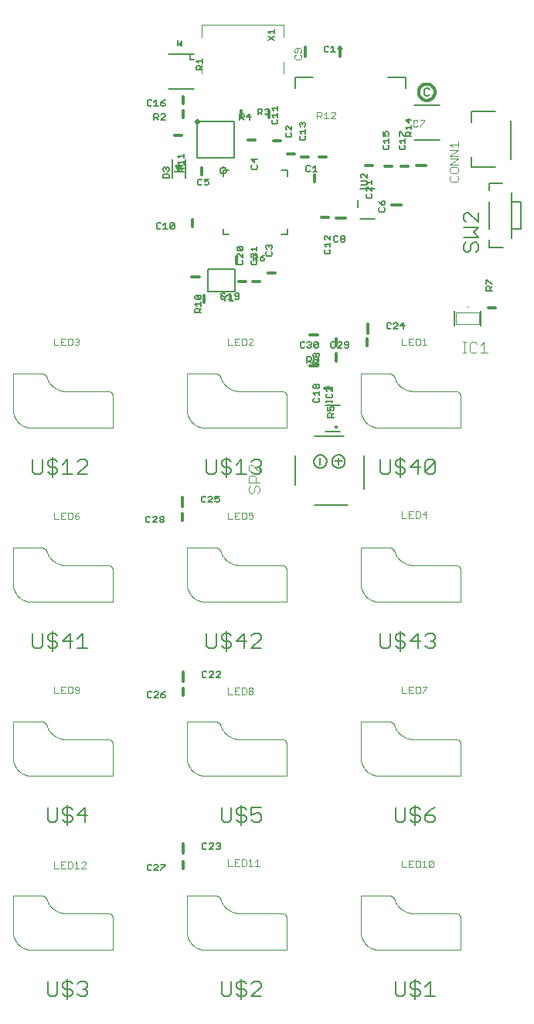
<source format=gbr>
G04 EAGLE Gerber RS-274X export*
G75*
%MOMM*%
%FSLAX34Y34*%
%LPD*%
%INSilkscreen Top*%
%IPPOS*%
%AMOC8*
5,1,8,0,0,1.08239X$1,22.5*%
G01*
%ADD10C,0.060000*%
%ADD11C,0.152400*%
%ADD12C,0.304800*%
%ADD13R,0.127000X0.762000*%
%ADD14C,0.203200*%
%ADD15C,0.010000*%
%ADD16C,0.127000*%
%ADD17C,0.075000*%
%ADD18C,0.101600*%
%ADD19C,0.076200*%
%ADD20R,1.000000X0.200000*%

G36*
X228716Y893345D02*
X228716Y893345D01*
X228743Y893345D01*
X228854Y893377D01*
X228967Y893403D01*
X228990Y893416D01*
X229016Y893424D01*
X229114Y893486D01*
X229215Y893542D01*
X229231Y893560D01*
X229256Y893575D01*
X229441Y893783D01*
X229445Y893787D01*
X231445Y896787D01*
X231476Y896851D01*
X231516Y896911D01*
X231537Y896979D01*
X231568Y897043D01*
X231580Y897114D01*
X231601Y897182D01*
X231603Y897253D01*
X231615Y897324D01*
X231607Y897395D01*
X231609Y897466D01*
X231591Y897535D01*
X231582Y897606D01*
X231555Y897672D01*
X231537Y897741D01*
X231500Y897802D01*
X231473Y897868D01*
X231428Y897924D01*
X231392Y897986D01*
X231340Y898035D01*
X231295Y898090D01*
X231237Y898131D01*
X231184Y898180D01*
X231121Y898213D01*
X231063Y898254D01*
X230995Y898277D01*
X230931Y898310D01*
X230872Y898320D01*
X230794Y898347D01*
X230675Y898353D01*
X230600Y898365D01*
X226600Y898365D01*
X226529Y898355D01*
X226457Y898355D01*
X226389Y898335D01*
X226319Y898325D01*
X226253Y898296D01*
X226184Y898276D01*
X226124Y898238D01*
X226059Y898209D01*
X226004Y898163D01*
X225944Y898125D01*
X225896Y898072D01*
X225842Y898026D01*
X225802Y897966D01*
X225755Y897912D01*
X225724Y897848D01*
X225685Y897789D01*
X225663Y897721D01*
X225632Y897656D01*
X225620Y897586D01*
X225599Y897518D01*
X225597Y897446D01*
X225585Y897376D01*
X225593Y897305D01*
X225591Y897234D01*
X225610Y897164D01*
X225618Y897093D01*
X225643Y897038D01*
X225663Y896959D01*
X225724Y896856D01*
X225755Y896787D01*
X227755Y893787D01*
X227832Y893700D01*
X227905Y893610D01*
X227927Y893595D01*
X227945Y893575D01*
X228042Y893513D01*
X228137Y893446D01*
X228163Y893438D01*
X228185Y893423D01*
X228296Y893391D01*
X228406Y893353D01*
X228433Y893352D01*
X228458Y893345D01*
X228574Y893345D01*
X228690Y893339D01*
X228716Y893345D01*
G37*
G36*
X231658Y1029213D02*
X231658Y1029213D01*
X231687Y1029210D01*
X231779Y1029230D01*
X231872Y1029243D01*
X231899Y1029256D01*
X231928Y1029262D01*
X232008Y1029310D01*
X232092Y1029352D01*
X232113Y1029373D01*
X232139Y1029388D01*
X232200Y1029460D01*
X232266Y1029526D01*
X232279Y1029552D01*
X232299Y1029575D01*
X232334Y1029662D01*
X232376Y1029746D01*
X232380Y1029776D01*
X232391Y1029803D01*
X232409Y1029970D01*
X232409Y1035050D01*
X232404Y1035079D01*
X232407Y1035109D01*
X232385Y1035200D01*
X232370Y1035293D01*
X232356Y1035319D01*
X232349Y1035348D01*
X232298Y1035427D01*
X232254Y1035510D01*
X232233Y1035531D01*
X232217Y1035556D01*
X232144Y1035615D01*
X232076Y1035680D01*
X232049Y1035692D01*
X232026Y1035711D01*
X231938Y1035744D01*
X231853Y1035783D01*
X231823Y1035786D01*
X231796Y1035797D01*
X231702Y1035800D01*
X231609Y1035810D01*
X231579Y1035804D01*
X231550Y1035805D01*
X231460Y1035778D01*
X231368Y1035758D01*
X231343Y1035743D01*
X231314Y1035734D01*
X231172Y1035644D01*
X227997Y1033104D01*
X227928Y1033027D01*
X227855Y1032954D01*
X227846Y1032937D01*
X227833Y1032922D01*
X227791Y1032826D01*
X227745Y1032734D01*
X227743Y1032714D01*
X227735Y1032696D01*
X227726Y1032593D01*
X227712Y1032490D01*
X227716Y1032471D01*
X227714Y1032451D01*
X227739Y1032350D01*
X227758Y1032248D01*
X227768Y1032231D01*
X227772Y1032212D01*
X227828Y1032125D01*
X227879Y1032034D01*
X227896Y1032017D01*
X227904Y1032004D01*
X227929Y1031984D01*
X227997Y1031916D01*
X231172Y1029376D01*
X231198Y1029361D01*
X231220Y1029341D01*
X231305Y1029301D01*
X231387Y1029255D01*
X231416Y1029249D01*
X231443Y1029237D01*
X231536Y1029227D01*
X231628Y1029209D01*
X231658Y1029213D01*
G37*
D10*
X537200Y75200D02*
X537200Y40350D01*
X448050Y40350D01*
X447567Y40356D01*
X447084Y40373D01*
X446601Y40403D01*
X446120Y40443D01*
X445639Y40496D01*
X445160Y40560D01*
X444683Y40635D01*
X444207Y40723D01*
X443734Y40821D01*
X443264Y40931D01*
X442796Y41052D01*
X442331Y41185D01*
X441870Y41329D01*
X441412Y41484D01*
X440958Y41650D01*
X440508Y41827D01*
X440063Y42014D01*
X439622Y42213D01*
X439186Y42421D01*
X438756Y42641D01*
X438330Y42871D01*
X437911Y43111D01*
X437497Y43361D01*
X437090Y43621D01*
X436689Y43890D01*
X436294Y44170D01*
X435907Y44458D01*
X435526Y44757D01*
X435153Y45064D01*
X434788Y45380D01*
X434430Y45705D01*
X434080Y46038D01*
X433738Y46380D01*
X433405Y46730D01*
X433080Y47088D01*
X432764Y47453D01*
X432457Y47826D01*
X432158Y48207D01*
X431870Y48594D01*
X431590Y48989D01*
X431321Y49390D01*
X431061Y49797D01*
X430811Y50211D01*
X430571Y50630D01*
X430341Y51056D01*
X430121Y51486D01*
X429913Y51922D01*
X429714Y52363D01*
X429527Y52808D01*
X429350Y53258D01*
X429184Y53712D01*
X429029Y54170D01*
X428885Y54631D01*
X428752Y55096D01*
X428631Y55564D01*
X428521Y56034D01*
X428423Y56507D01*
X428335Y56983D01*
X428260Y57460D01*
X428196Y57939D01*
X428143Y58420D01*
X428103Y58901D01*
X428073Y59384D01*
X428056Y59867D01*
X428050Y60350D01*
X428050Y99400D01*
X465300Y94450D02*
X465503Y93949D01*
X465719Y93454D01*
X465947Y92963D01*
X466186Y92479D01*
X466437Y92000D01*
X466700Y91528D01*
X466975Y91062D01*
X467261Y90603D01*
X467557Y90151D01*
X467865Y89707D01*
X468184Y89270D01*
X468513Y88841D01*
X468852Y88421D01*
X469202Y88009D01*
X469562Y87605D01*
X469931Y87210D01*
X470310Y86825D01*
X470698Y86449D01*
X471096Y86082D01*
X471502Y85725D01*
X471917Y85379D01*
X472340Y85042D01*
X472771Y84716D01*
X473210Y84401D01*
X473657Y84096D01*
X474110Y83802D01*
X474571Y83520D01*
X475039Y83249D01*
X475513Y82989D01*
X475994Y82741D01*
X476480Y82505D01*
X476972Y82281D01*
X477469Y82069D01*
X477971Y81869D01*
X478478Y81682D01*
X478990Y81507D01*
X479505Y81344D01*
X480025Y81194D01*
X480548Y81057D01*
X481074Y80933D01*
X481603Y80821D01*
X482134Y80723D01*
X482668Y80637D01*
X483204Y80565D01*
X483741Y80506D01*
X484280Y80459D01*
X484819Y80426D01*
X485359Y80407D01*
X485900Y80400D01*
X464550Y96550D02*
X464495Y96672D01*
X464436Y96793D01*
X464374Y96912D01*
X464308Y97029D01*
X464240Y97144D01*
X464168Y97258D01*
X464092Y97369D01*
X464014Y97478D01*
X463933Y97585D01*
X463848Y97689D01*
X463761Y97791D01*
X463671Y97890D01*
X463578Y97987D01*
X463482Y98082D01*
X463384Y98173D01*
X463283Y98262D01*
X463180Y98347D01*
X463074Y98430D01*
X462966Y98510D01*
X462856Y98587D01*
X462744Y98660D01*
X462630Y98731D01*
X462513Y98798D01*
X462395Y98862D01*
X462275Y98922D01*
X462154Y98979D01*
X462031Y99033D01*
X461906Y99083D01*
X461780Y99129D01*
X461653Y99172D01*
X461525Y99211D01*
X461395Y99247D01*
X461265Y99279D01*
X461134Y99307D01*
X461002Y99332D01*
X460869Y99353D01*
X460736Y99370D01*
X460602Y99383D01*
X460468Y99392D01*
X460334Y99398D01*
X460200Y99400D01*
X464550Y96550D02*
X464753Y96068D01*
X464944Y95583D01*
X465124Y95092D01*
X465293Y94598D01*
X465450Y94100D01*
X460200Y99400D02*
X428050Y99400D01*
X485900Y80400D02*
X532150Y80400D01*
X532289Y80398D01*
X532428Y80392D01*
X532567Y80383D01*
X532706Y80369D01*
X532844Y80352D01*
X532981Y80331D01*
X533118Y80306D01*
X533254Y80278D01*
X533390Y80245D01*
X533524Y80209D01*
X533657Y80170D01*
X533790Y80126D01*
X533921Y80079D01*
X534050Y80029D01*
X534179Y79975D01*
X534305Y79917D01*
X534430Y79856D01*
X534554Y79791D01*
X534675Y79723D01*
X534795Y79652D01*
X534912Y79578D01*
X535028Y79500D01*
X535141Y79419D01*
X535252Y79335D01*
X535360Y79248D01*
X535467Y79158D01*
X535570Y79065D01*
X535671Y78970D01*
X535770Y78871D01*
X535865Y78770D01*
X535958Y78667D01*
X536048Y78560D01*
X536135Y78452D01*
X536219Y78341D01*
X536300Y78228D01*
X536378Y78112D01*
X536452Y77995D01*
X536523Y77875D01*
X536591Y77754D01*
X536656Y77630D01*
X536717Y77505D01*
X536775Y77379D01*
X536829Y77250D01*
X536879Y77121D01*
X536926Y76990D01*
X536970Y76857D01*
X537009Y76724D01*
X537045Y76590D01*
X537078Y76454D01*
X537106Y76318D01*
X537131Y76181D01*
X537152Y76044D01*
X537169Y75906D01*
X537183Y75767D01*
X537192Y75628D01*
X537198Y75489D01*
X537200Y75350D01*
D11*
X465997Y5602D02*
X465997Y-7956D01*
X468709Y-10668D01*
X474132Y-10668D01*
X476844Y-7956D01*
X476844Y5602D01*
X482369Y-7956D02*
X485080Y-10668D01*
X490504Y-10668D01*
X493215Y-7956D01*
X493215Y-5245D01*
X490504Y-2533D01*
X485080Y-2533D01*
X482369Y179D01*
X482369Y2890D01*
X485080Y5602D01*
X490504Y5602D01*
X493215Y2890D01*
X487792Y8314D02*
X487792Y-13380D01*
X498740Y179D02*
X504164Y5602D01*
X504164Y-10668D01*
X509587Y-10668D02*
X498740Y-10668D01*
D10*
X346700Y40350D02*
X346700Y75200D01*
X346700Y40350D02*
X257550Y40350D01*
X257067Y40356D01*
X256584Y40373D01*
X256101Y40403D01*
X255620Y40443D01*
X255139Y40496D01*
X254660Y40560D01*
X254183Y40635D01*
X253707Y40723D01*
X253234Y40821D01*
X252764Y40931D01*
X252296Y41052D01*
X251831Y41185D01*
X251370Y41329D01*
X250912Y41484D01*
X250458Y41650D01*
X250008Y41827D01*
X249563Y42014D01*
X249122Y42213D01*
X248686Y42421D01*
X248256Y42641D01*
X247830Y42871D01*
X247411Y43111D01*
X246997Y43361D01*
X246590Y43621D01*
X246189Y43890D01*
X245794Y44170D01*
X245407Y44458D01*
X245026Y44757D01*
X244653Y45064D01*
X244288Y45380D01*
X243930Y45705D01*
X243580Y46038D01*
X243238Y46380D01*
X242905Y46730D01*
X242580Y47088D01*
X242264Y47453D01*
X241957Y47826D01*
X241658Y48207D01*
X241370Y48594D01*
X241090Y48989D01*
X240821Y49390D01*
X240561Y49797D01*
X240311Y50211D01*
X240071Y50630D01*
X239841Y51056D01*
X239621Y51486D01*
X239413Y51922D01*
X239214Y52363D01*
X239027Y52808D01*
X238850Y53258D01*
X238684Y53712D01*
X238529Y54170D01*
X238385Y54631D01*
X238252Y55096D01*
X238131Y55564D01*
X238021Y56034D01*
X237923Y56507D01*
X237835Y56983D01*
X237760Y57460D01*
X237696Y57939D01*
X237643Y58420D01*
X237603Y58901D01*
X237573Y59384D01*
X237556Y59867D01*
X237550Y60350D01*
X237550Y99400D01*
X274800Y94450D02*
X275003Y93949D01*
X275219Y93454D01*
X275447Y92963D01*
X275686Y92479D01*
X275937Y92000D01*
X276200Y91528D01*
X276475Y91062D01*
X276761Y90603D01*
X277057Y90151D01*
X277365Y89707D01*
X277684Y89270D01*
X278013Y88841D01*
X278352Y88421D01*
X278702Y88009D01*
X279062Y87605D01*
X279431Y87210D01*
X279810Y86825D01*
X280198Y86449D01*
X280596Y86082D01*
X281002Y85725D01*
X281417Y85379D01*
X281840Y85042D01*
X282271Y84716D01*
X282710Y84401D01*
X283157Y84096D01*
X283610Y83802D01*
X284071Y83520D01*
X284539Y83249D01*
X285013Y82989D01*
X285494Y82741D01*
X285980Y82505D01*
X286472Y82281D01*
X286969Y82069D01*
X287471Y81869D01*
X287978Y81682D01*
X288490Y81507D01*
X289005Y81344D01*
X289525Y81194D01*
X290048Y81057D01*
X290574Y80933D01*
X291103Y80821D01*
X291634Y80723D01*
X292168Y80637D01*
X292704Y80565D01*
X293241Y80506D01*
X293780Y80459D01*
X294319Y80426D01*
X294859Y80407D01*
X295400Y80400D01*
X274050Y96550D02*
X273995Y96672D01*
X273936Y96793D01*
X273874Y96912D01*
X273808Y97029D01*
X273740Y97144D01*
X273668Y97258D01*
X273592Y97369D01*
X273514Y97478D01*
X273433Y97585D01*
X273348Y97689D01*
X273261Y97791D01*
X273171Y97890D01*
X273078Y97987D01*
X272982Y98082D01*
X272884Y98173D01*
X272783Y98262D01*
X272680Y98347D01*
X272574Y98430D01*
X272466Y98510D01*
X272356Y98587D01*
X272244Y98660D01*
X272130Y98731D01*
X272013Y98798D01*
X271895Y98862D01*
X271775Y98922D01*
X271654Y98979D01*
X271531Y99033D01*
X271406Y99083D01*
X271280Y99129D01*
X271153Y99172D01*
X271025Y99211D01*
X270895Y99247D01*
X270765Y99279D01*
X270634Y99307D01*
X270502Y99332D01*
X270369Y99353D01*
X270236Y99370D01*
X270102Y99383D01*
X269968Y99392D01*
X269834Y99398D01*
X269700Y99400D01*
X274050Y96550D02*
X274253Y96068D01*
X274444Y95583D01*
X274624Y95092D01*
X274793Y94598D01*
X274950Y94100D01*
X269700Y99400D02*
X237550Y99400D01*
X295400Y80400D02*
X341650Y80400D01*
X341789Y80398D01*
X341928Y80392D01*
X342067Y80383D01*
X342206Y80369D01*
X342344Y80352D01*
X342481Y80331D01*
X342618Y80306D01*
X342754Y80278D01*
X342890Y80245D01*
X343024Y80209D01*
X343157Y80170D01*
X343290Y80126D01*
X343421Y80079D01*
X343550Y80029D01*
X343679Y79975D01*
X343805Y79917D01*
X343930Y79856D01*
X344054Y79791D01*
X344175Y79723D01*
X344295Y79652D01*
X344412Y79578D01*
X344528Y79500D01*
X344641Y79419D01*
X344752Y79335D01*
X344860Y79248D01*
X344967Y79158D01*
X345070Y79065D01*
X345171Y78970D01*
X345270Y78871D01*
X345365Y78770D01*
X345458Y78667D01*
X345548Y78560D01*
X345635Y78452D01*
X345719Y78341D01*
X345800Y78228D01*
X345878Y78112D01*
X345952Y77995D01*
X346023Y77875D01*
X346091Y77754D01*
X346156Y77630D01*
X346217Y77505D01*
X346275Y77379D01*
X346329Y77250D01*
X346379Y77121D01*
X346426Y76990D01*
X346470Y76857D01*
X346509Y76724D01*
X346545Y76590D01*
X346578Y76454D01*
X346606Y76318D01*
X346631Y76181D01*
X346652Y76044D01*
X346669Y75906D01*
X346683Y75767D01*
X346692Y75628D01*
X346698Y75489D01*
X346700Y75350D01*
D11*
X275497Y5602D02*
X275497Y-7956D01*
X278209Y-10668D01*
X283632Y-10668D01*
X286344Y-7956D01*
X286344Y5602D01*
X291869Y-7956D02*
X294580Y-10668D01*
X300004Y-10668D01*
X302715Y-7956D01*
X302715Y-5245D01*
X300004Y-2533D01*
X294580Y-2533D01*
X291869Y179D01*
X291869Y2890D01*
X294580Y5602D01*
X300004Y5602D01*
X302715Y2890D01*
X297292Y8314D02*
X297292Y-13380D01*
X308240Y-10668D02*
X319087Y-10668D01*
X308240Y-10668D02*
X319087Y179D01*
X319087Y2890D01*
X316375Y5602D01*
X310952Y5602D01*
X308240Y2890D01*
D10*
X156200Y40350D02*
X156200Y75200D01*
X156200Y40350D02*
X67050Y40350D01*
X66567Y40356D01*
X66084Y40373D01*
X65601Y40403D01*
X65120Y40443D01*
X64639Y40496D01*
X64160Y40560D01*
X63683Y40635D01*
X63207Y40723D01*
X62734Y40821D01*
X62264Y40931D01*
X61796Y41052D01*
X61331Y41185D01*
X60870Y41329D01*
X60412Y41484D01*
X59958Y41650D01*
X59508Y41827D01*
X59063Y42014D01*
X58622Y42213D01*
X58186Y42421D01*
X57756Y42641D01*
X57330Y42871D01*
X56911Y43111D01*
X56497Y43361D01*
X56090Y43621D01*
X55689Y43890D01*
X55294Y44170D01*
X54907Y44458D01*
X54526Y44757D01*
X54153Y45064D01*
X53788Y45380D01*
X53430Y45705D01*
X53080Y46038D01*
X52738Y46380D01*
X52405Y46730D01*
X52080Y47088D01*
X51764Y47453D01*
X51457Y47826D01*
X51158Y48207D01*
X50870Y48594D01*
X50590Y48989D01*
X50321Y49390D01*
X50061Y49797D01*
X49811Y50211D01*
X49571Y50630D01*
X49341Y51056D01*
X49121Y51486D01*
X48913Y51922D01*
X48714Y52363D01*
X48527Y52808D01*
X48350Y53258D01*
X48184Y53712D01*
X48029Y54170D01*
X47885Y54631D01*
X47752Y55096D01*
X47631Y55564D01*
X47521Y56034D01*
X47423Y56507D01*
X47335Y56983D01*
X47260Y57460D01*
X47196Y57939D01*
X47143Y58420D01*
X47103Y58901D01*
X47073Y59384D01*
X47056Y59867D01*
X47050Y60350D01*
X47050Y99400D01*
X84300Y94450D02*
X84503Y93949D01*
X84719Y93454D01*
X84947Y92963D01*
X85186Y92479D01*
X85437Y92000D01*
X85700Y91528D01*
X85975Y91062D01*
X86261Y90603D01*
X86557Y90151D01*
X86865Y89707D01*
X87184Y89270D01*
X87513Y88841D01*
X87852Y88421D01*
X88202Y88009D01*
X88562Y87605D01*
X88931Y87210D01*
X89310Y86825D01*
X89698Y86449D01*
X90096Y86082D01*
X90502Y85725D01*
X90917Y85379D01*
X91340Y85042D01*
X91771Y84716D01*
X92210Y84401D01*
X92657Y84096D01*
X93110Y83802D01*
X93571Y83520D01*
X94039Y83249D01*
X94513Y82989D01*
X94994Y82741D01*
X95480Y82505D01*
X95972Y82281D01*
X96469Y82069D01*
X96971Y81869D01*
X97478Y81682D01*
X97990Y81507D01*
X98505Y81344D01*
X99025Y81194D01*
X99548Y81057D01*
X100074Y80933D01*
X100603Y80821D01*
X101134Y80723D01*
X101668Y80637D01*
X102204Y80565D01*
X102741Y80506D01*
X103280Y80459D01*
X103819Y80426D01*
X104359Y80407D01*
X104900Y80400D01*
X83550Y96550D02*
X83495Y96672D01*
X83436Y96793D01*
X83374Y96912D01*
X83308Y97029D01*
X83240Y97144D01*
X83168Y97258D01*
X83092Y97369D01*
X83014Y97478D01*
X82933Y97585D01*
X82848Y97689D01*
X82761Y97791D01*
X82671Y97890D01*
X82578Y97987D01*
X82482Y98082D01*
X82384Y98173D01*
X82283Y98262D01*
X82180Y98347D01*
X82074Y98430D01*
X81966Y98510D01*
X81856Y98587D01*
X81744Y98660D01*
X81630Y98731D01*
X81513Y98798D01*
X81395Y98862D01*
X81275Y98922D01*
X81154Y98979D01*
X81031Y99033D01*
X80906Y99083D01*
X80780Y99129D01*
X80653Y99172D01*
X80525Y99211D01*
X80395Y99247D01*
X80265Y99279D01*
X80134Y99307D01*
X80002Y99332D01*
X79869Y99353D01*
X79736Y99370D01*
X79602Y99383D01*
X79468Y99392D01*
X79334Y99398D01*
X79200Y99400D01*
X83550Y96550D02*
X83753Y96068D01*
X83944Y95583D01*
X84124Y95092D01*
X84293Y94598D01*
X84450Y94100D01*
X79200Y99400D02*
X47050Y99400D01*
X104900Y80400D02*
X151150Y80400D01*
X151289Y80398D01*
X151428Y80392D01*
X151567Y80383D01*
X151706Y80369D01*
X151844Y80352D01*
X151981Y80331D01*
X152118Y80306D01*
X152254Y80278D01*
X152390Y80245D01*
X152524Y80209D01*
X152657Y80170D01*
X152790Y80126D01*
X152921Y80079D01*
X153050Y80029D01*
X153179Y79975D01*
X153305Y79917D01*
X153430Y79856D01*
X153554Y79791D01*
X153675Y79723D01*
X153795Y79652D01*
X153912Y79578D01*
X154028Y79500D01*
X154141Y79419D01*
X154252Y79335D01*
X154360Y79248D01*
X154467Y79158D01*
X154570Y79065D01*
X154671Y78970D01*
X154770Y78871D01*
X154865Y78770D01*
X154958Y78667D01*
X155048Y78560D01*
X155135Y78452D01*
X155219Y78341D01*
X155300Y78228D01*
X155378Y78112D01*
X155452Y77995D01*
X155523Y77875D01*
X155591Y77754D01*
X155656Y77630D01*
X155717Y77505D01*
X155775Y77379D01*
X155829Y77250D01*
X155879Y77121D01*
X155926Y76990D01*
X155970Y76857D01*
X156009Y76724D01*
X156045Y76590D01*
X156078Y76454D01*
X156106Y76318D01*
X156131Y76181D01*
X156152Y76044D01*
X156169Y75906D01*
X156183Y75767D01*
X156192Y75628D01*
X156198Y75489D01*
X156200Y75350D01*
D11*
X84997Y5602D02*
X84997Y-7956D01*
X87709Y-10668D01*
X93132Y-10668D01*
X95844Y-7956D01*
X95844Y5602D01*
X101369Y-7956D02*
X104080Y-10668D01*
X109504Y-10668D01*
X112215Y-7956D01*
X112215Y-5245D01*
X109504Y-2533D01*
X104080Y-2533D01*
X101369Y179D01*
X101369Y2890D01*
X104080Y5602D01*
X109504Y5602D01*
X112215Y2890D01*
X106792Y8314D02*
X106792Y-13380D01*
X117740Y2890D02*
X120452Y5602D01*
X125875Y5602D01*
X128587Y2890D01*
X128587Y179D01*
X125875Y-2533D01*
X123164Y-2533D01*
X125875Y-2533D02*
X128587Y-5245D01*
X128587Y-7956D01*
X125875Y-10668D01*
X120452Y-10668D01*
X117740Y-7956D01*
D10*
X156200Y230850D02*
X156200Y265700D01*
X156200Y230850D02*
X67050Y230850D01*
X66567Y230856D01*
X66084Y230873D01*
X65601Y230903D01*
X65120Y230943D01*
X64639Y230996D01*
X64160Y231060D01*
X63683Y231135D01*
X63207Y231223D01*
X62734Y231321D01*
X62264Y231431D01*
X61796Y231552D01*
X61331Y231685D01*
X60870Y231829D01*
X60412Y231984D01*
X59958Y232150D01*
X59508Y232327D01*
X59063Y232514D01*
X58622Y232713D01*
X58186Y232921D01*
X57756Y233141D01*
X57330Y233371D01*
X56911Y233611D01*
X56497Y233861D01*
X56090Y234121D01*
X55689Y234390D01*
X55294Y234670D01*
X54907Y234958D01*
X54526Y235257D01*
X54153Y235564D01*
X53788Y235880D01*
X53430Y236205D01*
X53080Y236538D01*
X52738Y236880D01*
X52405Y237230D01*
X52080Y237588D01*
X51764Y237953D01*
X51457Y238326D01*
X51158Y238707D01*
X50870Y239094D01*
X50590Y239489D01*
X50321Y239890D01*
X50061Y240297D01*
X49811Y240711D01*
X49571Y241130D01*
X49341Y241556D01*
X49121Y241986D01*
X48913Y242422D01*
X48714Y242863D01*
X48527Y243308D01*
X48350Y243758D01*
X48184Y244212D01*
X48029Y244670D01*
X47885Y245131D01*
X47752Y245596D01*
X47631Y246064D01*
X47521Y246534D01*
X47423Y247007D01*
X47335Y247483D01*
X47260Y247960D01*
X47196Y248439D01*
X47143Y248920D01*
X47103Y249401D01*
X47073Y249884D01*
X47056Y250367D01*
X47050Y250850D01*
X47050Y289900D01*
X84300Y284950D02*
X84503Y284449D01*
X84719Y283954D01*
X84947Y283463D01*
X85186Y282979D01*
X85437Y282500D01*
X85700Y282028D01*
X85975Y281562D01*
X86261Y281103D01*
X86557Y280651D01*
X86865Y280207D01*
X87184Y279770D01*
X87513Y279341D01*
X87852Y278921D01*
X88202Y278509D01*
X88562Y278105D01*
X88931Y277710D01*
X89310Y277325D01*
X89698Y276949D01*
X90096Y276582D01*
X90502Y276225D01*
X90917Y275879D01*
X91340Y275542D01*
X91771Y275216D01*
X92210Y274901D01*
X92657Y274596D01*
X93110Y274302D01*
X93571Y274020D01*
X94039Y273749D01*
X94513Y273489D01*
X94994Y273241D01*
X95480Y273005D01*
X95972Y272781D01*
X96469Y272569D01*
X96971Y272369D01*
X97478Y272182D01*
X97990Y272007D01*
X98505Y271844D01*
X99025Y271694D01*
X99548Y271557D01*
X100074Y271433D01*
X100603Y271321D01*
X101134Y271223D01*
X101668Y271137D01*
X102204Y271065D01*
X102741Y271006D01*
X103280Y270959D01*
X103819Y270926D01*
X104359Y270907D01*
X104900Y270900D01*
X83550Y287050D02*
X83495Y287172D01*
X83436Y287293D01*
X83374Y287412D01*
X83308Y287529D01*
X83240Y287644D01*
X83168Y287758D01*
X83092Y287869D01*
X83014Y287978D01*
X82933Y288085D01*
X82848Y288189D01*
X82761Y288291D01*
X82671Y288390D01*
X82578Y288487D01*
X82482Y288582D01*
X82384Y288673D01*
X82283Y288762D01*
X82180Y288847D01*
X82074Y288930D01*
X81966Y289010D01*
X81856Y289087D01*
X81744Y289160D01*
X81630Y289231D01*
X81513Y289298D01*
X81395Y289362D01*
X81275Y289422D01*
X81154Y289479D01*
X81031Y289533D01*
X80906Y289583D01*
X80780Y289629D01*
X80653Y289672D01*
X80525Y289711D01*
X80395Y289747D01*
X80265Y289779D01*
X80134Y289807D01*
X80002Y289832D01*
X79869Y289853D01*
X79736Y289870D01*
X79602Y289883D01*
X79468Y289892D01*
X79334Y289898D01*
X79200Y289900D01*
X83550Y287050D02*
X83753Y286568D01*
X83944Y286083D01*
X84124Y285592D01*
X84293Y285098D01*
X84450Y284600D01*
X79200Y289900D02*
X47050Y289900D01*
X104900Y270900D02*
X151150Y270900D01*
X151289Y270898D01*
X151428Y270892D01*
X151567Y270883D01*
X151706Y270869D01*
X151844Y270852D01*
X151981Y270831D01*
X152118Y270806D01*
X152254Y270778D01*
X152390Y270745D01*
X152524Y270709D01*
X152657Y270670D01*
X152790Y270626D01*
X152921Y270579D01*
X153050Y270529D01*
X153179Y270475D01*
X153305Y270417D01*
X153430Y270356D01*
X153554Y270291D01*
X153675Y270223D01*
X153795Y270152D01*
X153912Y270078D01*
X154028Y270000D01*
X154141Y269919D01*
X154252Y269835D01*
X154360Y269748D01*
X154467Y269658D01*
X154570Y269565D01*
X154671Y269470D01*
X154770Y269371D01*
X154865Y269270D01*
X154958Y269167D01*
X155048Y269060D01*
X155135Y268952D01*
X155219Y268841D01*
X155300Y268728D01*
X155378Y268612D01*
X155452Y268495D01*
X155523Y268375D01*
X155591Y268254D01*
X155656Y268130D01*
X155717Y268005D01*
X155775Y267879D01*
X155829Y267750D01*
X155879Y267621D01*
X155926Y267490D01*
X155970Y267357D01*
X156009Y267224D01*
X156045Y267090D01*
X156078Y266954D01*
X156106Y266818D01*
X156131Y266681D01*
X156152Y266544D01*
X156169Y266406D01*
X156183Y266267D01*
X156192Y266128D01*
X156198Y265989D01*
X156200Y265850D01*
D11*
X84997Y196102D02*
X84997Y182544D01*
X87709Y179832D01*
X93132Y179832D01*
X95844Y182544D01*
X95844Y196102D01*
X101369Y182544D02*
X104080Y179832D01*
X109504Y179832D01*
X112215Y182544D01*
X112215Y185255D01*
X109504Y187967D01*
X104080Y187967D01*
X101369Y190679D01*
X101369Y193390D01*
X104080Y196102D01*
X109504Y196102D01*
X112215Y193390D01*
X106792Y198814D02*
X106792Y177120D01*
X125875Y179832D02*
X125875Y196102D01*
X117740Y187967D01*
X128587Y187967D01*
D10*
X346700Y230850D02*
X346700Y265700D01*
X346700Y230850D02*
X257550Y230850D01*
X257067Y230856D01*
X256584Y230873D01*
X256101Y230903D01*
X255620Y230943D01*
X255139Y230996D01*
X254660Y231060D01*
X254183Y231135D01*
X253707Y231223D01*
X253234Y231321D01*
X252764Y231431D01*
X252296Y231552D01*
X251831Y231685D01*
X251370Y231829D01*
X250912Y231984D01*
X250458Y232150D01*
X250008Y232327D01*
X249563Y232514D01*
X249122Y232713D01*
X248686Y232921D01*
X248256Y233141D01*
X247830Y233371D01*
X247411Y233611D01*
X246997Y233861D01*
X246590Y234121D01*
X246189Y234390D01*
X245794Y234670D01*
X245407Y234958D01*
X245026Y235257D01*
X244653Y235564D01*
X244288Y235880D01*
X243930Y236205D01*
X243580Y236538D01*
X243238Y236880D01*
X242905Y237230D01*
X242580Y237588D01*
X242264Y237953D01*
X241957Y238326D01*
X241658Y238707D01*
X241370Y239094D01*
X241090Y239489D01*
X240821Y239890D01*
X240561Y240297D01*
X240311Y240711D01*
X240071Y241130D01*
X239841Y241556D01*
X239621Y241986D01*
X239413Y242422D01*
X239214Y242863D01*
X239027Y243308D01*
X238850Y243758D01*
X238684Y244212D01*
X238529Y244670D01*
X238385Y245131D01*
X238252Y245596D01*
X238131Y246064D01*
X238021Y246534D01*
X237923Y247007D01*
X237835Y247483D01*
X237760Y247960D01*
X237696Y248439D01*
X237643Y248920D01*
X237603Y249401D01*
X237573Y249884D01*
X237556Y250367D01*
X237550Y250850D01*
X237550Y289900D01*
X274800Y284950D02*
X275003Y284449D01*
X275219Y283954D01*
X275447Y283463D01*
X275686Y282979D01*
X275937Y282500D01*
X276200Y282028D01*
X276475Y281562D01*
X276761Y281103D01*
X277057Y280651D01*
X277365Y280207D01*
X277684Y279770D01*
X278013Y279341D01*
X278352Y278921D01*
X278702Y278509D01*
X279062Y278105D01*
X279431Y277710D01*
X279810Y277325D01*
X280198Y276949D01*
X280596Y276582D01*
X281002Y276225D01*
X281417Y275879D01*
X281840Y275542D01*
X282271Y275216D01*
X282710Y274901D01*
X283157Y274596D01*
X283610Y274302D01*
X284071Y274020D01*
X284539Y273749D01*
X285013Y273489D01*
X285494Y273241D01*
X285980Y273005D01*
X286472Y272781D01*
X286969Y272569D01*
X287471Y272369D01*
X287978Y272182D01*
X288490Y272007D01*
X289005Y271844D01*
X289525Y271694D01*
X290048Y271557D01*
X290574Y271433D01*
X291103Y271321D01*
X291634Y271223D01*
X292168Y271137D01*
X292704Y271065D01*
X293241Y271006D01*
X293780Y270959D01*
X294319Y270926D01*
X294859Y270907D01*
X295400Y270900D01*
X274050Y287050D02*
X273995Y287172D01*
X273936Y287293D01*
X273874Y287412D01*
X273808Y287529D01*
X273740Y287644D01*
X273668Y287758D01*
X273592Y287869D01*
X273514Y287978D01*
X273433Y288085D01*
X273348Y288189D01*
X273261Y288291D01*
X273171Y288390D01*
X273078Y288487D01*
X272982Y288582D01*
X272884Y288673D01*
X272783Y288762D01*
X272680Y288847D01*
X272574Y288930D01*
X272466Y289010D01*
X272356Y289087D01*
X272244Y289160D01*
X272130Y289231D01*
X272013Y289298D01*
X271895Y289362D01*
X271775Y289422D01*
X271654Y289479D01*
X271531Y289533D01*
X271406Y289583D01*
X271280Y289629D01*
X271153Y289672D01*
X271025Y289711D01*
X270895Y289747D01*
X270765Y289779D01*
X270634Y289807D01*
X270502Y289832D01*
X270369Y289853D01*
X270236Y289870D01*
X270102Y289883D01*
X269968Y289892D01*
X269834Y289898D01*
X269700Y289900D01*
X274050Y287050D02*
X274253Y286568D01*
X274444Y286083D01*
X274624Y285592D01*
X274793Y285098D01*
X274950Y284600D01*
X269700Y289900D02*
X237550Y289900D01*
X295400Y270900D02*
X341650Y270900D01*
X341789Y270898D01*
X341928Y270892D01*
X342067Y270883D01*
X342206Y270869D01*
X342344Y270852D01*
X342481Y270831D01*
X342618Y270806D01*
X342754Y270778D01*
X342890Y270745D01*
X343024Y270709D01*
X343157Y270670D01*
X343290Y270626D01*
X343421Y270579D01*
X343550Y270529D01*
X343679Y270475D01*
X343805Y270417D01*
X343930Y270356D01*
X344054Y270291D01*
X344175Y270223D01*
X344295Y270152D01*
X344412Y270078D01*
X344528Y270000D01*
X344641Y269919D01*
X344752Y269835D01*
X344860Y269748D01*
X344967Y269658D01*
X345070Y269565D01*
X345171Y269470D01*
X345270Y269371D01*
X345365Y269270D01*
X345458Y269167D01*
X345548Y269060D01*
X345635Y268952D01*
X345719Y268841D01*
X345800Y268728D01*
X345878Y268612D01*
X345952Y268495D01*
X346023Y268375D01*
X346091Y268254D01*
X346156Y268130D01*
X346217Y268005D01*
X346275Y267879D01*
X346329Y267750D01*
X346379Y267621D01*
X346426Y267490D01*
X346470Y267357D01*
X346509Y267224D01*
X346545Y267090D01*
X346578Y266954D01*
X346606Y266818D01*
X346631Y266681D01*
X346652Y266544D01*
X346669Y266406D01*
X346683Y266267D01*
X346692Y266128D01*
X346698Y265989D01*
X346700Y265850D01*
D11*
X275497Y196102D02*
X275497Y182544D01*
X278209Y179832D01*
X283632Y179832D01*
X286344Y182544D01*
X286344Y196102D01*
X291869Y182544D02*
X294580Y179832D01*
X300004Y179832D01*
X302715Y182544D01*
X302715Y185255D01*
X300004Y187967D01*
X294580Y187967D01*
X291869Y190679D01*
X291869Y193390D01*
X294580Y196102D01*
X300004Y196102D01*
X302715Y193390D01*
X297292Y198814D02*
X297292Y177120D01*
X308240Y196102D02*
X319087Y196102D01*
X308240Y196102D02*
X308240Y187967D01*
X313664Y190679D01*
X316375Y190679D01*
X319087Y187967D01*
X319087Y182544D01*
X316375Y179832D01*
X310952Y179832D01*
X308240Y182544D01*
D10*
X537200Y230850D02*
X537200Y265700D01*
X537200Y230850D02*
X448050Y230850D01*
X447567Y230856D01*
X447084Y230873D01*
X446601Y230903D01*
X446120Y230943D01*
X445639Y230996D01*
X445160Y231060D01*
X444683Y231135D01*
X444207Y231223D01*
X443734Y231321D01*
X443264Y231431D01*
X442796Y231552D01*
X442331Y231685D01*
X441870Y231829D01*
X441412Y231984D01*
X440958Y232150D01*
X440508Y232327D01*
X440063Y232514D01*
X439622Y232713D01*
X439186Y232921D01*
X438756Y233141D01*
X438330Y233371D01*
X437911Y233611D01*
X437497Y233861D01*
X437090Y234121D01*
X436689Y234390D01*
X436294Y234670D01*
X435907Y234958D01*
X435526Y235257D01*
X435153Y235564D01*
X434788Y235880D01*
X434430Y236205D01*
X434080Y236538D01*
X433738Y236880D01*
X433405Y237230D01*
X433080Y237588D01*
X432764Y237953D01*
X432457Y238326D01*
X432158Y238707D01*
X431870Y239094D01*
X431590Y239489D01*
X431321Y239890D01*
X431061Y240297D01*
X430811Y240711D01*
X430571Y241130D01*
X430341Y241556D01*
X430121Y241986D01*
X429913Y242422D01*
X429714Y242863D01*
X429527Y243308D01*
X429350Y243758D01*
X429184Y244212D01*
X429029Y244670D01*
X428885Y245131D01*
X428752Y245596D01*
X428631Y246064D01*
X428521Y246534D01*
X428423Y247007D01*
X428335Y247483D01*
X428260Y247960D01*
X428196Y248439D01*
X428143Y248920D01*
X428103Y249401D01*
X428073Y249884D01*
X428056Y250367D01*
X428050Y250850D01*
X428050Y289900D01*
X465300Y284950D02*
X465503Y284449D01*
X465719Y283954D01*
X465947Y283463D01*
X466186Y282979D01*
X466437Y282500D01*
X466700Y282028D01*
X466975Y281562D01*
X467261Y281103D01*
X467557Y280651D01*
X467865Y280207D01*
X468184Y279770D01*
X468513Y279341D01*
X468852Y278921D01*
X469202Y278509D01*
X469562Y278105D01*
X469931Y277710D01*
X470310Y277325D01*
X470698Y276949D01*
X471096Y276582D01*
X471502Y276225D01*
X471917Y275879D01*
X472340Y275542D01*
X472771Y275216D01*
X473210Y274901D01*
X473657Y274596D01*
X474110Y274302D01*
X474571Y274020D01*
X475039Y273749D01*
X475513Y273489D01*
X475994Y273241D01*
X476480Y273005D01*
X476972Y272781D01*
X477469Y272569D01*
X477971Y272369D01*
X478478Y272182D01*
X478990Y272007D01*
X479505Y271844D01*
X480025Y271694D01*
X480548Y271557D01*
X481074Y271433D01*
X481603Y271321D01*
X482134Y271223D01*
X482668Y271137D01*
X483204Y271065D01*
X483741Y271006D01*
X484280Y270959D01*
X484819Y270926D01*
X485359Y270907D01*
X485900Y270900D01*
X464550Y287050D02*
X464495Y287172D01*
X464436Y287293D01*
X464374Y287412D01*
X464308Y287529D01*
X464240Y287644D01*
X464168Y287758D01*
X464092Y287869D01*
X464014Y287978D01*
X463933Y288085D01*
X463848Y288189D01*
X463761Y288291D01*
X463671Y288390D01*
X463578Y288487D01*
X463482Y288582D01*
X463384Y288673D01*
X463283Y288762D01*
X463180Y288847D01*
X463074Y288930D01*
X462966Y289010D01*
X462856Y289087D01*
X462744Y289160D01*
X462630Y289231D01*
X462513Y289298D01*
X462395Y289362D01*
X462275Y289422D01*
X462154Y289479D01*
X462031Y289533D01*
X461906Y289583D01*
X461780Y289629D01*
X461653Y289672D01*
X461525Y289711D01*
X461395Y289747D01*
X461265Y289779D01*
X461134Y289807D01*
X461002Y289832D01*
X460869Y289853D01*
X460736Y289870D01*
X460602Y289883D01*
X460468Y289892D01*
X460334Y289898D01*
X460200Y289900D01*
X464550Y287050D02*
X464753Y286568D01*
X464944Y286083D01*
X465124Y285592D01*
X465293Y285098D01*
X465450Y284600D01*
X460200Y289900D02*
X428050Y289900D01*
X485900Y270900D02*
X532150Y270900D01*
X532289Y270898D01*
X532428Y270892D01*
X532567Y270883D01*
X532706Y270869D01*
X532844Y270852D01*
X532981Y270831D01*
X533118Y270806D01*
X533254Y270778D01*
X533390Y270745D01*
X533524Y270709D01*
X533657Y270670D01*
X533790Y270626D01*
X533921Y270579D01*
X534050Y270529D01*
X534179Y270475D01*
X534305Y270417D01*
X534430Y270356D01*
X534554Y270291D01*
X534675Y270223D01*
X534795Y270152D01*
X534912Y270078D01*
X535028Y270000D01*
X535141Y269919D01*
X535252Y269835D01*
X535360Y269748D01*
X535467Y269658D01*
X535570Y269565D01*
X535671Y269470D01*
X535770Y269371D01*
X535865Y269270D01*
X535958Y269167D01*
X536048Y269060D01*
X536135Y268952D01*
X536219Y268841D01*
X536300Y268728D01*
X536378Y268612D01*
X536452Y268495D01*
X536523Y268375D01*
X536591Y268254D01*
X536656Y268130D01*
X536717Y268005D01*
X536775Y267879D01*
X536829Y267750D01*
X536879Y267621D01*
X536926Y267490D01*
X536970Y267357D01*
X537009Y267224D01*
X537045Y267090D01*
X537078Y266954D01*
X537106Y266818D01*
X537131Y266681D01*
X537152Y266544D01*
X537169Y266406D01*
X537183Y266267D01*
X537192Y266128D01*
X537198Y265989D01*
X537200Y265850D01*
D11*
X465997Y196102D02*
X465997Y182544D01*
X468709Y179832D01*
X474132Y179832D01*
X476844Y182544D01*
X476844Y196102D01*
X482369Y182544D02*
X485080Y179832D01*
X490504Y179832D01*
X493215Y182544D01*
X493215Y185255D01*
X490504Y187967D01*
X485080Y187967D01*
X482369Y190679D01*
X482369Y193390D01*
X485080Y196102D01*
X490504Y196102D01*
X493215Y193390D01*
X487792Y198814D02*
X487792Y177120D01*
X504164Y193390D02*
X509587Y196102D01*
X504164Y193390D02*
X498740Y187967D01*
X498740Y182544D01*
X501452Y179832D01*
X506875Y179832D01*
X509587Y182544D01*
X509587Y185255D01*
X506875Y187967D01*
X498740Y187967D01*
D12*
X472421Y855649D02*
X462261Y855649D01*
D11*
X448871Y852942D02*
X447769Y851841D01*
X447769Y849638D01*
X448871Y848536D01*
X453277Y848536D01*
X454379Y849638D01*
X454379Y851841D01*
X453277Y852942D01*
X448871Y858223D02*
X447769Y860427D01*
X448871Y858223D02*
X451074Y856020D01*
X453277Y856020D01*
X454379Y857122D01*
X454379Y859325D01*
X453277Y860427D01*
X452176Y860427D01*
X451074Y859325D01*
X451074Y856020D01*
D12*
X410995Y841410D02*
X400835Y841410D01*
D11*
X401889Y821954D02*
X402990Y820852D01*
X401889Y821954D02*
X399685Y821954D01*
X398584Y820852D01*
X398584Y816446D01*
X399685Y815344D01*
X401889Y815344D01*
X402990Y816446D01*
X406068Y820852D02*
X407169Y821954D01*
X409373Y821954D01*
X410474Y820852D01*
X410474Y819750D01*
X409373Y818649D01*
X410474Y817547D01*
X410474Y816446D01*
X409373Y815344D01*
X407169Y815344D01*
X406068Y816446D01*
X406068Y817547D01*
X407169Y818649D01*
X406068Y819750D01*
X406068Y820852D01*
X407169Y818649D02*
X409373Y818649D01*
D13*
X227838Y1032510D03*
D11*
X240928Y1021594D02*
X240928Y1014984D01*
X245334Y1014984D01*
D14*
X427610Y840750D02*
X443610Y840750D01*
X443610Y873750D02*
X427610Y873750D01*
X425110Y861250D02*
X425110Y853250D01*
D11*
X428238Y877792D02*
X433746Y877792D01*
X434848Y878894D01*
X434848Y881097D01*
X433746Y882198D01*
X428238Y882198D01*
X434848Y885276D02*
X434848Y889683D01*
X430442Y889683D02*
X434848Y885276D01*
X430442Y889683D02*
X429340Y889683D01*
X428238Y888581D01*
X428238Y886378D01*
X429340Y885276D01*
D15*
X544830Y744520D02*
X544830Y744420D01*
D16*
X530630Y739520D02*
X530630Y723520D01*
X559030Y723520D02*
X559030Y739520D01*
D17*
X557530Y725020D02*
X532030Y725020D01*
X532030Y738120D01*
X557530Y738120D01*
X557530Y725020D01*
D18*
X543452Y693928D02*
X539554Y693928D01*
X541503Y693928D02*
X541503Y705622D01*
X539554Y705622D02*
X543452Y705622D01*
X553197Y705622D02*
X555146Y703673D01*
X553197Y705622D02*
X549299Y705622D01*
X547350Y703673D01*
X547350Y695877D01*
X549299Y693928D01*
X553197Y693928D01*
X555146Y695877D01*
X559044Y701724D02*
X562942Y705622D01*
X562942Y693928D01*
X559044Y693928D02*
X566840Y693928D01*
D16*
X247113Y947100D02*
X247115Y947189D01*
X247121Y947278D01*
X247131Y947367D01*
X247145Y947455D01*
X247162Y947542D01*
X247184Y947628D01*
X247210Y947714D01*
X247239Y947798D01*
X247272Y947881D01*
X247308Y947962D01*
X247349Y948042D01*
X247392Y948119D01*
X247439Y948195D01*
X247490Y948268D01*
X247543Y948339D01*
X247600Y948408D01*
X247660Y948474D01*
X247723Y948538D01*
X247788Y948598D01*
X247856Y948656D01*
X247927Y948710D01*
X248000Y948761D01*
X248075Y948809D01*
X248152Y948854D01*
X248231Y948895D01*
X248312Y948932D01*
X248394Y948966D01*
X248478Y948997D01*
X248563Y949023D01*
X248649Y949046D01*
X248736Y949064D01*
X248824Y949079D01*
X248913Y949090D01*
X249002Y949097D01*
X249091Y949100D01*
X249180Y949099D01*
X249269Y949094D01*
X249357Y949085D01*
X249446Y949072D01*
X249533Y949055D01*
X249620Y949035D01*
X249706Y949010D01*
X249790Y948982D01*
X249873Y948950D01*
X249955Y948914D01*
X250035Y948875D01*
X250113Y948832D01*
X250189Y948786D01*
X250263Y948736D01*
X250335Y948683D01*
X250404Y948627D01*
X250471Y948568D01*
X250535Y948506D01*
X250596Y948442D01*
X250655Y948374D01*
X250710Y948304D01*
X250762Y948232D01*
X250811Y948157D01*
X250856Y948081D01*
X250898Y948002D01*
X250936Y947922D01*
X250971Y947840D01*
X251002Y947756D01*
X251030Y947671D01*
X251053Y947585D01*
X251073Y947498D01*
X251089Y947411D01*
X251101Y947322D01*
X251109Y947234D01*
X251113Y947145D01*
X251113Y947055D01*
X251109Y946966D01*
X251101Y946878D01*
X251089Y946789D01*
X251073Y946702D01*
X251053Y946615D01*
X251030Y946529D01*
X251002Y946444D01*
X250971Y946360D01*
X250936Y946278D01*
X250898Y946198D01*
X250856Y946119D01*
X250811Y946043D01*
X250762Y945968D01*
X250710Y945896D01*
X250655Y945826D01*
X250596Y945758D01*
X250535Y945694D01*
X250471Y945632D01*
X250404Y945573D01*
X250335Y945517D01*
X250263Y945464D01*
X250189Y945414D01*
X250113Y945368D01*
X250035Y945325D01*
X249955Y945286D01*
X249873Y945250D01*
X249790Y945218D01*
X249706Y945190D01*
X249620Y945165D01*
X249533Y945145D01*
X249446Y945128D01*
X249357Y945115D01*
X249269Y945106D01*
X249180Y945101D01*
X249091Y945100D01*
X249002Y945103D01*
X248913Y945110D01*
X248824Y945121D01*
X248736Y945136D01*
X248649Y945154D01*
X248563Y945177D01*
X248478Y945203D01*
X248394Y945234D01*
X248312Y945268D01*
X248231Y945305D01*
X248152Y945346D01*
X248075Y945391D01*
X248000Y945439D01*
X247927Y945490D01*
X247856Y945544D01*
X247788Y945602D01*
X247723Y945662D01*
X247660Y945726D01*
X247600Y945792D01*
X247543Y945861D01*
X247490Y945932D01*
X247439Y946005D01*
X247392Y946081D01*
X247349Y946158D01*
X247308Y946238D01*
X247272Y946319D01*
X247239Y946402D01*
X247210Y946486D01*
X247184Y946572D01*
X247162Y946658D01*
X247145Y946745D01*
X247131Y946833D01*
X247121Y946922D01*
X247115Y947011D01*
X247113Y947100D01*
X249113Y947100D02*
X289113Y947100D01*
X289113Y907100D01*
X249113Y907100D01*
X249113Y947100D01*
D12*
X233680Y951040D02*
X233680Y959040D01*
D11*
X201694Y955554D02*
X201694Y948944D01*
X201694Y955554D02*
X204999Y955554D01*
X206100Y954452D01*
X206100Y952249D01*
X204999Y951147D01*
X201694Y951147D01*
X203897Y951147D02*
X206100Y948944D01*
X209178Y948944D02*
X213584Y948944D01*
X209178Y948944D02*
X213584Y953350D01*
X213584Y954452D01*
X212483Y955554D01*
X210279Y955554D01*
X209178Y954452D01*
D12*
X347790Y911860D02*
X355790Y911860D01*
D11*
X345688Y933707D02*
X346790Y934808D01*
X345688Y933707D02*
X345688Y931504D01*
X346790Y930402D01*
X351196Y930402D01*
X352298Y931504D01*
X352298Y933707D01*
X351196Y934808D01*
X352298Y937886D02*
X352298Y942293D01*
X347892Y942293D02*
X352298Y937886D01*
X347892Y942293D02*
X346790Y942293D01*
X345688Y941191D01*
X345688Y938988D01*
X346790Y937886D01*
D12*
X243840Y839660D02*
X243840Y831660D01*
D11*
X208776Y835072D02*
X207674Y836174D01*
X205471Y836174D01*
X204370Y835072D01*
X204370Y830666D01*
X205471Y829564D01*
X207674Y829564D01*
X208776Y830666D01*
X211854Y833970D02*
X214057Y836174D01*
X214057Y829564D01*
X211854Y829564D02*
X216260Y829564D01*
X219338Y830666D02*
X219338Y835072D01*
X220439Y836174D01*
X222643Y836174D01*
X223744Y835072D01*
X223744Y830666D01*
X222643Y829564D01*
X220439Y829564D01*
X219338Y830666D01*
X223744Y835072D01*
X274066Y893520D02*
X274068Y893636D01*
X274074Y893751D01*
X274084Y893867D01*
X274098Y893982D01*
X274116Y894096D01*
X274138Y894210D01*
X274163Y894323D01*
X274193Y894435D01*
X274227Y894545D01*
X274264Y894655D01*
X274305Y894763D01*
X274350Y894870D01*
X274398Y894975D01*
X274450Y895079D01*
X274506Y895180D01*
X274565Y895280D01*
X274627Y895377D01*
X274693Y895473D01*
X274762Y895566D01*
X274834Y895656D01*
X274909Y895744D01*
X274988Y895829D01*
X275069Y895912D01*
X275153Y895992D01*
X275240Y896069D01*
X275329Y896142D01*
X275421Y896213D01*
X275515Y896280D01*
X275611Y896344D01*
X275710Y896405D01*
X275810Y896462D01*
X275913Y896516D01*
X276017Y896567D01*
X276123Y896613D01*
X276231Y896656D01*
X276340Y896695D01*
X276450Y896731D01*
X276561Y896762D01*
X276674Y896790D01*
X276787Y896814D01*
X276901Y896834D01*
X277016Y896850D01*
X277131Y896862D01*
X277246Y896870D01*
X277362Y896874D01*
X277478Y896874D01*
X277594Y896870D01*
X277709Y896862D01*
X277824Y896850D01*
X277939Y896834D01*
X278053Y896814D01*
X278166Y896790D01*
X278279Y896762D01*
X278390Y896731D01*
X278500Y896695D01*
X278609Y896656D01*
X278717Y896613D01*
X278823Y896567D01*
X278927Y896516D01*
X279030Y896462D01*
X279130Y896405D01*
X279229Y896344D01*
X279325Y896280D01*
X279419Y896213D01*
X279511Y896142D01*
X279600Y896069D01*
X279687Y895992D01*
X279771Y895912D01*
X279852Y895829D01*
X279931Y895744D01*
X280006Y895656D01*
X280078Y895566D01*
X280147Y895473D01*
X280213Y895377D01*
X280275Y895280D01*
X280334Y895180D01*
X280390Y895079D01*
X280442Y894975D01*
X280490Y894870D01*
X280535Y894763D01*
X280576Y894655D01*
X280613Y894545D01*
X280647Y894435D01*
X280677Y894323D01*
X280702Y894210D01*
X280724Y894096D01*
X280742Y893982D01*
X280756Y893867D01*
X280766Y893751D01*
X280772Y893636D01*
X280774Y893520D01*
X280772Y893404D01*
X280766Y893289D01*
X280756Y893173D01*
X280742Y893058D01*
X280724Y892944D01*
X280702Y892830D01*
X280677Y892717D01*
X280647Y892605D01*
X280613Y892495D01*
X280576Y892385D01*
X280535Y892277D01*
X280490Y892170D01*
X280442Y892065D01*
X280390Y891961D01*
X280334Y891860D01*
X280275Y891760D01*
X280213Y891663D01*
X280147Y891567D01*
X280078Y891474D01*
X280006Y891384D01*
X279931Y891296D01*
X279852Y891211D01*
X279771Y891128D01*
X279687Y891048D01*
X279600Y890971D01*
X279511Y890898D01*
X279419Y890827D01*
X279325Y890760D01*
X279229Y890696D01*
X279130Y890635D01*
X279030Y890578D01*
X278927Y890524D01*
X278823Y890473D01*
X278717Y890427D01*
X278609Y890384D01*
X278500Y890345D01*
X278390Y890309D01*
X278279Y890278D01*
X278166Y890250D01*
X278053Y890226D01*
X277939Y890206D01*
X277824Y890190D01*
X277709Y890178D01*
X277594Y890170D01*
X277478Y890166D01*
X277362Y890166D01*
X277246Y890170D01*
X277131Y890178D01*
X277016Y890190D01*
X276901Y890206D01*
X276787Y890226D01*
X276674Y890250D01*
X276561Y890278D01*
X276450Y890309D01*
X276340Y890345D01*
X276231Y890384D01*
X276123Y890427D01*
X276017Y890473D01*
X275913Y890524D01*
X275810Y890578D01*
X275710Y890635D01*
X275611Y890696D01*
X275515Y890760D01*
X275421Y890827D01*
X275329Y890898D01*
X275240Y890971D01*
X275153Y891048D01*
X275069Y891128D01*
X274988Y891211D01*
X274909Y891296D01*
X274834Y891384D01*
X274762Y891474D01*
X274693Y891567D01*
X274627Y891663D01*
X274565Y891760D01*
X274506Y891860D01*
X274450Y891961D01*
X274398Y892065D01*
X274350Y892170D01*
X274305Y892277D01*
X274264Y892385D01*
X274227Y892495D01*
X274193Y892605D01*
X274163Y892717D01*
X274138Y892830D01*
X274116Y892944D01*
X274098Y893058D01*
X274084Y893173D01*
X274074Y893289D01*
X274068Y893404D01*
X274066Y893520D01*
X277420Y893520D02*
X277420Y887020D01*
X277420Y893520D02*
X283420Y893520D01*
X341420Y893520D02*
X347420Y893520D01*
X347420Y887520D01*
X347420Y823520D02*
X341420Y823520D01*
X347420Y823520D02*
X347420Y829520D01*
X277420Y829520D02*
X277420Y823520D01*
X283420Y823520D01*
D16*
X290590Y760930D02*
X260590Y760930D01*
X260590Y785930D01*
X290590Y785930D01*
X290590Y760930D01*
D11*
X276704Y757394D02*
X276704Y756292D01*
X278907Y754089D01*
X281110Y756292D01*
X281110Y757394D01*
X278907Y754089D02*
X278907Y750784D01*
X284188Y755190D02*
X286391Y757394D01*
X286391Y750784D01*
X284188Y750784D02*
X288594Y750784D01*
D12*
X326200Y781685D02*
X334200Y781685D01*
D11*
X324098Y803532D02*
X325200Y804633D01*
X324098Y803532D02*
X324098Y801329D01*
X325200Y800227D01*
X329606Y800227D01*
X330708Y801329D01*
X330708Y803532D01*
X329606Y804633D01*
X325200Y807711D02*
X324098Y808813D01*
X324098Y811016D01*
X325200Y812118D01*
X326302Y812118D01*
X327403Y811016D01*
X327403Y809914D01*
X327403Y811016D02*
X328505Y812118D01*
X329606Y812118D01*
X330708Y811016D01*
X330708Y808813D01*
X329606Y807711D01*
D12*
X312610Y927100D02*
X304610Y927100D01*
D11*
X309198Y899520D02*
X308096Y898419D01*
X308096Y896215D01*
X309198Y895114D01*
X313604Y895114D01*
X314706Y896215D01*
X314706Y898419D01*
X313604Y899520D01*
X314706Y905903D02*
X308096Y905903D01*
X311401Y902598D01*
X311401Y907004D01*
D12*
X332550Y925830D02*
X340550Y925830D01*
D11*
X330448Y947677D02*
X331550Y948778D01*
X330448Y947677D02*
X330448Y945474D01*
X331550Y944372D01*
X335956Y944372D01*
X337058Y945474D01*
X337058Y947677D01*
X335956Y948778D01*
X332652Y951856D02*
X330448Y954059D01*
X337058Y954059D01*
X337058Y951856D02*
X337058Y956263D01*
X332652Y959340D02*
X330448Y961544D01*
X337058Y961544D01*
X337058Y963747D02*
X337058Y959340D01*
D12*
X384620Y842010D02*
X392620Y842010D01*
D11*
X389208Y806946D02*
X388106Y805844D01*
X388106Y803641D01*
X389208Y802540D01*
X393614Y802540D01*
X394716Y803641D01*
X394716Y805844D01*
X393614Y806946D01*
X390310Y810024D02*
X388106Y812227D01*
X394716Y812227D01*
X394716Y810024D02*
X394716Y814430D01*
X394716Y817508D02*
X394716Y821914D01*
X394716Y817508D02*
X390310Y821914D01*
X389208Y821914D01*
X388106Y820813D01*
X388106Y818609D01*
X389208Y817508D01*
D12*
X371030Y908050D02*
X363030Y908050D01*
D11*
X360928Y929897D02*
X362030Y930998D01*
X360928Y929897D02*
X360928Y927694D01*
X362030Y926592D01*
X366436Y926592D01*
X367538Y927694D01*
X367538Y929897D01*
X366436Y930998D01*
X363132Y934076D02*
X360928Y936279D01*
X367538Y936279D01*
X367538Y934076D02*
X367538Y938483D01*
X362030Y941560D02*
X360928Y942662D01*
X360928Y944865D01*
X362030Y945967D01*
X363132Y945967D01*
X364233Y944865D01*
X364233Y943764D01*
X364233Y944865D02*
X365335Y945967D01*
X366436Y945967D01*
X367538Y944865D01*
X367538Y942662D01*
X366436Y941560D01*
D12*
X233680Y966280D02*
X233680Y974280D01*
D11*
X198616Y969692D02*
X197514Y970794D01*
X195311Y970794D01*
X194210Y969692D01*
X194210Y965286D01*
X195311Y964184D01*
X197514Y964184D01*
X198616Y965286D01*
X201694Y968590D02*
X203897Y970794D01*
X203897Y964184D01*
X201694Y964184D02*
X206100Y964184D01*
X211381Y969692D02*
X213584Y970794D01*
X211381Y969692D02*
X209178Y967489D01*
X209178Y965286D01*
X210279Y964184D01*
X212483Y964184D01*
X213584Y965286D01*
X213584Y966387D01*
X212483Y967489D01*
X209178Y967489D01*
D12*
X256540Y757110D02*
X256540Y749110D01*
D11*
X278387Y759212D02*
X279488Y758110D01*
X278387Y759212D02*
X276184Y759212D01*
X275082Y758110D01*
X275082Y753704D01*
X276184Y752602D01*
X278387Y752602D01*
X279488Y753704D01*
X282566Y757008D02*
X284769Y759212D01*
X284769Y752602D01*
X282566Y752602D02*
X286973Y752602D01*
X290050Y753704D02*
X291152Y752602D01*
X293355Y752602D01*
X294457Y753704D01*
X294457Y758110D01*
X293355Y759212D01*
X291152Y759212D01*
X290050Y758110D01*
X290050Y757008D01*
X291152Y755907D01*
X294457Y755907D01*
D12*
X294450Y772160D02*
X302450Y772160D01*
D11*
X292348Y794007D02*
X293450Y795108D01*
X292348Y794007D02*
X292348Y791804D01*
X293450Y790702D01*
X297856Y790702D01*
X298958Y791804D01*
X298958Y794007D01*
X297856Y795108D01*
X298958Y798186D02*
X298958Y802593D01*
X294552Y802593D02*
X298958Y798186D01*
X294552Y802593D02*
X293450Y802593D01*
X292348Y801491D01*
X292348Y799288D01*
X293450Y798186D01*
X293450Y805670D02*
X297856Y805670D01*
X293450Y805670D02*
X292348Y806772D01*
X292348Y808975D01*
X293450Y810077D01*
X297856Y810077D01*
X298958Y808975D01*
X298958Y806772D01*
X297856Y805670D01*
X293450Y810077D01*
D12*
X292100Y799020D02*
X292100Y791020D01*
D11*
X310642Y794512D02*
X310642Y801122D01*
X313947Y801122D01*
X315048Y800020D01*
X315048Y797817D01*
X313947Y796715D01*
X310642Y796715D01*
X312845Y796715D02*
X315048Y794512D01*
X320329Y800020D02*
X322533Y801122D01*
X320329Y800020D02*
X318126Y797817D01*
X318126Y795614D01*
X319228Y794512D01*
X321431Y794512D01*
X322533Y795614D01*
X322533Y796715D01*
X321431Y797817D01*
X318126Y797817D01*
D12*
X231838Y931799D02*
X223838Y931799D01*
D11*
X227324Y892329D02*
X233934Y892329D01*
X227324Y892329D02*
X227324Y895633D01*
X228426Y896735D01*
X230629Y896735D01*
X231731Y895633D01*
X231731Y892329D01*
X231731Y894532D02*
X233934Y896735D01*
X229528Y899813D02*
X227324Y902016D01*
X233934Y902016D01*
X233934Y899813D02*
X233934Y904219D01*
X229528Y907297D02*
X227324Y909500D01*
X233934Y909500D01*
X233934Y907297D02*
X233934Y911703D01*
D12*
X297180Y951040D02*
X297180Y959040D01*
D11*
X315722Y961142D02*
X315722Y954532D01*
X315722Y961142D02*
X319027Y961142D01*
X320128Y960040D01*
X320128Y957837D01*
X319027Y956735D01*
X315722Y956735D01*
X317925Y956735D02*
X320128Y954532D01*
X323206Y960040D02*
X324308Y961142D01*
X326511Y961142D01*
X327613Y960040D01*
X327613Y958938D01*
X326511Y957837D01*
X325409Y957837D01*
X326511Y957837D02*
X327613Y956735D01*
X327613Y955634D01*
X326511Y954532D01*
X324308Y954532D01*
X323206Y955634D01*
D12*
X327660Y959040D02*
X327660Y951040D01*
D11*
X295674Y948944D02*
X295674Y955554D01*
X298979Y955554D01*
X300080Y954452D01*
X300080Y952249D01*
X298979Y951147D01*
X295674Y951147D01*
X297877Y951147D02*
X300080Y948944D01*
X306463Y948944D02*
X306463Y955554D01*
X303158Y952249D01*
X307564Y952249D01*
D12*
X377190Y889190D02*
X377190Y881190D01*
D11*
X372833Y897810D02*
X371732Y898912D01*
X369529Y898912D01*
X368427Y897810D01*
X368427Y893404D01*
X369529Y892302D01*
X371732Y892302D01*
X372833Y893404D01*
X375911Y896708D02*
X378114Y898912D01*
X378114Y892302D01*
X375911Y892302D02*
X380318Y892302D01*
D12*
X254000Y888810D02*
X254000Y896810D01*
D11*
X252624Y884115D02*
X253725Y883013D01*
X252624Y884115D02*
X250420Y884115D01*
X249319Y883013D01*
X249319Y878607D01*
X250420Y877505D01*
X252624Y877505D01*
X253725Y878607D01*
X256803Y884115D02*
X261209Y884115D01*
X256803Y884115D02*
X256803Y880810D01*
X259006Y881911D01*
X260108Y881911D01*
X261209Y880810D01*
X261209Y878607D01*
X260108Y877505D01*
X257904Y877505D01*
X256803Y878607D01*
D18*
X343150Y999330D02*
X343150Y1012830D01*
X253750Y1012830D02*
X253750Y999330D01*
X253750Y1052830D02*
X343150Y1052830D01*
X343150Y1039330D01*
X253750Y1039330D02*
X253750Y1052830D01*
D11*
X326706Y1036124D02*
X333316Y1040530D01*
X333316Y1036124D02*
X326706Y1040530D01*
X328910Y1043608D02*
X326706Y1045811D01*
X333316Y1045811D01*
X333316Y1043608D02*
X333316Y1048014D01*
D10*
X156200Y646700D02*
X156200Y611850D01*
X67050Y611850D01*
X66567Y611856D01*
X66084Y611873D01*
X65601Y611903D01*
X65120Y611943D01*
X64639Y611996D01*
X64160Y612060D01*
X63683Y612135D01*
X63207Y612223D01*
X62734Y612321D01*
X62264Y612431D01*
X61796Y612552D01*
X61331Y612685D01*
X60870Y612829D01*
X60412Y612984D01*
X59958Y613150D01*
X59508Y613327D01*
X59063Y613514D01*
X58622Y613713D01*
X58186Y613921D01*
X57756Y614141D01*
X57330Y614371D01*
X56911Y614611D01*
X56497Y614861D01*
X56090Y615121D01*
X55689Y615390D01*
X55294Y615670D01*
X54907Y615958D01*
X54526Y616257D01*
X54153Y616564D01*
X53788Y616880D01*
X53430Y617205D01*
X53080Y617538D01*
X52738Y617880D01*
X52405Y618230D01*
X52080Y618588D01*
X51764Y618953D01*
X51457Y619326D01*
X51158Y619707D01*
X50870Y620094D01*
X50590Y620489D01*
X50321Y620890D01*
X50061Y621297D01*
X49811Y621711D01*
X49571Y622130D01*
X49341Y622556D01*
X49121Y622986D01*
X48913Y623422D01*
X48714Y623863D01*
X48527Y624308D01*
X48350Y624758D01*
X48184Y625212D01*
X48029Y625670D01*
X47885Y626131D01*
X47752Y626596D01*
X47631Y627064D01*
X47521Y627534D01*
X47423Y628007D01*
X47335Y628483D01*
X47260Y628960D01*
X47196Y629439D01*
X47143Y629920D01*
X47103Y630401D01*
X47073Y630884D01*
X47056Y631367D01*
X47050Y631850D01*
X47050Y670900D01*
X84300Y665950D02*
X84503Y665449D01*
X84719Y664954D01*
X84947Y664463D01*
X85186Y663979D01*
X85437Y663500D01*
X85700Y663028D01*
X85975Y662562D01*
X86261Y662103D01*
X86557Y661651D01*
X86865Y661207D01*
X87184Y660770D01*
X87513Y660341D01*
X87852Y659921D01*
X88202Y659509D01*
X88562Y659105D01*
X88931Y658710D01*
X89310Y658325D01*
X89698Y657949D01*
X90096Y657582D01*
X90502Y657225D01*
X90917Y656879D01*
X91340Y656542D01*
X91771Y656216D01*
X92210Y655901D01*
X92657Y655596D01*
X93110Y655302D01*
X93571Y655020D01*
X94039Y654749D01*
X94513Y654489D01*
X94994Y654241D01*
X95480Y654005D01*
X95972Y653781D01*
X96469Y653569D01*
X96971Y653369D01*
X97478Y653182D01*
X97990Y653007D01*
X98505Y652844D01*
X99025Y652694D01*
X99548Y652557D01*
X100074Y652433D01*
X100603Y652321D01*
X101134Y652223D01*
X101668Y652137D01*
X102204Y652065D01*
X102741Y652006D01*
X103280Y651959D01*
X103819Y651926D01*
X104359Y651907D01*
X104900Y651900D01*
X83550Y668050D02*
X83495Y668172D01*
X83436Y668293D01*
X83374Y668412D01*
X83308Y668529D01*
X83240Y668644D01*
X83168Y668758D01*
X83092Y668869D01*
X83014Y668978D01*
X82933Y669085D01*
X82848Y669189D01*
X82761Y669291D01*
X82671Y669390D01*
X82578Y669487D01*
X82482Y669582D01*
X82384Y669673D01*
X82283Y669762D01*
X82180Y669847D01*
X82074Y669930D01*
X81966Y670010D01*
X81856Y670087D01*
X81744Y670160D01*
X81630Y670231D01*
X81513Y670298D01*
X81395Y670362D01*
X81275Y670422D01*
X81154Y670479D01*
X81031Y670533D01*
X80906Y670583D01*
X80780Y670629D01*
X80653Y670672D01*
X80525Y670711D01*
X80395Y670747D01*
X80265Y670779D01*
X80134Y670807D01*
X80002Y670832D01*
X79869Y670853D01*
X79736Y670870D01*
X79602Y670883D01*
X79468Y670892D01*
X79334Y670898D01*
X79200Y670900D01*
X83550Y668050D02*
X83753Y667568D01*
X83944Y667083D01*
X84124Y666592D01*
X84293Y666098D01*
X84450Y665600D01*
X79200Y670900D02*
X47050Y670900D01*
X104900Y651900D02*
X151150Y651900D01*
X151289Y651898D01*
X151428Y651892D01*
X151567Y651883D01*
X151706Y651869D01*
X151844Y651852D01*
X151981Y651831D01*
X152118Y651806D01*
X152254Y651778D01*
X152390Y651745D01*
X152524Y651709D01*
X152657Y651670D01*
X152790Y651626D01*
X152921Y651579D01*
X153050Y651529D01*
X153179Y651475D01*
X153305Y651417D01*
X153430Y651356D01*
X153554Y651291D01*
X153675Y651223D01*
X153795Y651152D01*
X153912Y651078D01*
X154028Y651000D01*
X154141Y650919D01*
X154252Y650835D01*
X154360Y650748D01*
X154467Y650658D01*
X154570Y650565D01*
X154671Y650470D01*
X154770Y650371D01*
X154865Y650270D01*
X154958Y650167D01*
X155048Y650060D01*
X155135Y649952D01*
X155219Y649841D01*
X155300Y649728D01*
X155378Y649612D01*
X155452Y649495D01*
X155523Y649375D01*
X155591Y649254D01*
X155656Y649130D01*
X155717Y649005D01*
X155775Y648879D01*
X155829Y648750D01*
X155879Y648621D01*
X155926Y648490D01*
X155970Y648357D01*
X156009Y648224D01*
X156045Y648090D01*
X156078Y647954D01*
X156106Y647818D01*
X156131Y647681D01*
X156152Y647544D01*
X156169Y647406D01*
X156183Y647267D01*
X156192Y647128D01*
X156198Y646989D01*
X156200Y646850D01*
D11*
X68626Y577102D02*
X68626Y563544D01*
X71337Y560832D01*
X76761Y560832D01*
X79472Y563544D01*
X79472Y577102D01*
X84997Y563544D02*
X87709Y560832D01*
X93132Y560832D01*
X95844Y563544D01*
X95844Y566255D01*
X93132Y568967D01*
X87709Y568967D01*
X84997Y571679D01*
X84997Y574390D01*
X87709Y577102D01*
X93132Y577102D01*
X95844Y574390D01*
X90421Y579814D02*
X90421Y558120D01*
X101369Y571679D02*
X106792Y577102D01*
X106792Y560832D01*
X101369Y560832D02*
X112215Y560832D01*
X117740Y560832D02*
X128587Y560832D01*
X117740Y560832D02*
X128587Y571679D01*
X128587Y574390D01*
X125875Y577102D01*
X120452Y577102D01*
X117740Y574390D01*
D10*
X346700Y611850D02*
X346700Y646700D01*
X346700Y611850D02*
X257550Y611850D01*
X257067Y611856D01*
X256584Y611873D01*
X256101Y611903D01*
X255620Y611943D01*
X255139Y611996D01*
X254660Y612060D01*
X254183Y612135D01*
X253707Y612223D01*
X253234Y612321D01*
X252764Y612431D01*
X252296Y612552D01*
X251831Y612685D01*
X251370Y612829D01*
X250912Y612984D01*
X250458Y613150D01*
X250008Y613327D01*
X249563Y613514D01*
X249122Y613713D01*
X248686Y613921D01*
X248256Y614141D01*
X247830Y614371D01*
X247411Y614611D01*
X246997Y614861D01*
X246590Y615121D01*
X246189Y615390D01*
X245794Y615670D01*
X245407Y615958D01*
X245026Y616257D01*
X244653Y616564D01*
X244288Y616880D01*
X243930Y617205D01*
X243580Y617538D01*
X243238Y617880D01*
X242905Y618230D01*
X242580Y618588D01*
X242264Y618953D01*
X241957Y619326D01*
X241658Y619707D01*
X241370Y620094D01*
X241090Y620489D01*
X240821Y620890D01*
X240561Y621297D01*
X240311Y621711D01*
X240071Y622130D01*
X239841Y622556D01*
X239621Y622986D01*
X239413Y623422D01*
X239214Y623863D01*
X239027Y624308D01*
X238850Y624758D01*
X238684Y625212D01*
X238529Y625670D01*
X238385Y626131D01*
X238252Y626596D01*
X238131Y627064D01*
X238021Y627534D01*
X237923Y628007D01*
X237835Y628483D01*
X237760Y628960D01*
X237696Y629439D01*
X237643Y629920D01*
X237603Y630401D01*
X237573Y630884D01*
X237556Y631367D01*
X237550Y631850D01*
X237550Y670900D01*
X274800Y665950D02*
X275003Y665449D01*
X275219Y664954D01*
X275447Y664463D01*
X275686Y663979D01*
X275937Y663500D01*
X276200Y663028D01*
X276475Y662562D01*
X276761Y662103D01*
X277057Y661651D01*
X277365Y661207D01*
X277684Y660770D01*
X278013Y660341D01*
X278352Y659921D01*
X278702Y659509D01*
X279062Y659105D01*
X279431Y658710D01*
X279810Y658325D01*
X280198Y657949D01*
X280596Y657582D01*
X281002Y657225D01*
X281417Y656879D01*
X281840Y656542D01*
X282271Y656216D01*
X282710Y655901D01*
X283157Y655596D01*
X283610Y655302D01*
X284071Y655020D01*
X284539Y654749D01*
X285013Y654489D01*
X285494Y654241D01*
X285980Y654005D01*
X286472Y653781D01*
X286969Y653569D01*
X287471Y653369D01*
X287978Y653182D01*
X288490Y653007D01*
X289005Y652844D01*
X289525Y652694D01*
X290048Y652557D01*
X290574Y652433D01*
X291103Y652321D01*
X291634Y652223D01*
X292168Y652137D01*
X292704Y652065D01*
X293241Y652006D01*
X293780Y651959D01*
X294319Y651926D01*
X294859Y651907D01*
X295400Y651900D01*
X274050Y668050D02*
X273995Y668172D01*
X273936Y668293D01*
X273874Y668412D01*
X273808Y668529D01*
X273740Y668644D01*
X273668Y668758D01*
X273592Y668869D01*
X273514Y668978D01*
X273433Y669085D01*
X273348Y669189D01*
X273261Y669291D01*
X273171Y669390D01*
X273078Y669487D01*
X272982Y669582D01*
X272884Y669673D01*
X272783Y669762D01*
X272680Y669847D01*
X272574Y669930D01*
X272466Y670010D01*
X272356Y670087D01*
X272244Y670160D01*
X272130Y670231D01*
X272013Y670298D01*
X271895Y670362D01*
X271775Y670422D01*
X271654Y670479D01*
X271531Y670533D01*
X271406Y670583D01*
X271280Y670629D01*
X271153Y670672D01*
X271025Y670711D01*
X270895Y670747D01*
X270765Y670779D01*
X270634Y670807D01*
X270502Y670832D01*
X270369Y670853D01*
X270236Y670870D01*
X270102Y670883D01*
X269968Y670892D01*
X269834Y670898D01*
X269700Y670900D01*
X274050Y668050D02*
X274253Y667568D01*
X274444Y667083D01*
X274624Y666592D01*
X274793Y666098D01*
X274950Y665600D01*
X269700Y670900D02*
X237550Y670900D01*
X295400Y651900D02*
X341650Y651900D01*
X341789Y651898D01*
X341928Y651892D01*
X342067Y651883D01*
X342206Y651869D01*
X342344Y651852D01*
X342481Y651831D01*
X342618Y651806D01*
X342754Y651778D01*
X342890Y651745D01*
X343024Y651709D01*
X343157Y651670D01*
X343290Y651626D01*
X343421Y651579D01*
X343550Y651529D01*
X343679Y651475D01*
X343805Y651417D01*
X343930Y651356D01*
X344054Y651291D01*
X344175Y651223D01*
X344295Y651152D01*
X344412Y651078D01*
X344528Y651000D01*
X344641Y650919D01*
X344752Y650835D01*
X344860Y650748D01*
X344967Y650658D01*
X345070Y650565D01*
X345171Y650470D01*
X345270Y650371D01*
X345365Y650270D01*
X345458Y650167D01*
X345548Y650060D01*
X345635Y649952D01*
X345719Y649841D01*
X345800Y649728D01*
X345878Y649612D01*
X345952Y649495D01*
X346023Y649375D01*
X346091Y649254D01*
X346156Y649130D01*
X346217Y649005D01*
X346275Y648879D01*
X346329Y648750D01*
X346379Y648621D01*
X346426Y648490D01*
X346470Y648357D01*
X346509Y648224D01*
X346545Y648090D01*
X346578Y647954D01*
X346606Y647818D01*
X346631Y647681D01*
X346652Y647544D01*
X346669Y647406D01*
X346683Y647267D01*
X346692Y647128D01*
X346698Y646989D01*
X346700Y646850D01*
D11*
X259126Y577102D02*
X259126Y563544D01*
X261837Y560832D01*
X267261Y560832D01*
X269972Y563544D01*
X269972Y577102D01*
X275497Y563544D02*
X278209Y560832D01*
X283632Y560832D01*
X286344Y563544D01*
X286344Y566255D01*
X283632Y568967D01*
X278209Y568967D01*
X275497Y571679D01*
X275497Y574390D01*
X278209Y577102D01*
X283632Y577102D01*
X286344Y574390D01*
X280921Y579814D02*
X280921Y558120D01*
X291869Y571679D02*
X297292Y577102D01*
X297292Y560832D01*
X291869Y560832D02*
X302715Y560832D01*
X308240Y574390D02*
X310952Y577102D01*
X316375Y577102D01*
X319087Y574390D01*
X319087Y571679D01*
X316375Y568967D01*
X313664Y568967D01*
X316375Y568967D02*
X319087Y566255D01*
X319087Y563544D01*
X316375Y560832D01*
X310952Y560832D01*
X308240Y563544D01*
D10*
X537200Y611850D02*
X537200Y646700D01*
X537200Y611850D02*
X448050Y611850D01*
X447567Y611856D01*
X447084Y611873D01*
X446601Y611903D01*
X446120Y611943D01*
X445639Y611996D01*
X445160Y612060D01*
X444683Y612135D01*
X444207Y612223D01*
X443734Y612321D01*
X443264Y612431D01*
X442796Y612552D01*
X442331Y612685D01*
X441870Y612829D01*
X441412Y612984D01*
X440958Y613150D01*
X440508Y613327D01*
X440063Y613514D01*
X439622Y613713D01*
X439186Y613921D01*
X438756Y614141D01*
X438330Y614371D01*
X437911Y614611D01*
X437497Y614861D01*
X437090Y615121D01*
X436689Y615390D01*
X436294Y615670D01*
X435907Y615958D01*
X435526Y616257D01*
X435153Y616564D01*
X434788Y616880D01*
X434430Y617205D01*
X434080Y617538D01*
X433738Y617880D01*
X433405Y618230D01*
X433080Y618588D01*
X432764Y618953D01*
X432457Y619326D01*
X432158Y619707D01*
X431870Y620094D01*
X431590Y620489D01*
X431321Y620890D01*
X431061Y621297D01*
X430811Y621711D01*
X430571Y622130D01*
X430341Y622556D01*
X430121Y622986D01*
X429913Y623422D01*
X429714Y623863D01*
X429527Y624308D01*
X429350Y624758D01*
X429184Y625212D01*
X429029Y625670D01*
X428885Y626131D01*
X428752Y626596D01*
X428631Y627064D01*
X428521Y627534D01*
X428423Y628007D01*
X428335Y628483D01*
X428260Y628960D01*
X428196Y629439D01*
X428143Y629920D01*
X428103Y630401D01*
X428073Y630884D01*
X428056Y631367D01*
X428050Y631850D01*
X428050Y670900D01*
X465300Y665950D02*
X465503Y665449D01*
X465719Y664954D01*
X465947Y664463D01*
X466186Y663979D01*
X466437Y663500D01*
X466700Y663028D01*
X466975Y662562D01*
X467261Y662103D01*
X467557Y661651D01*
X467865Y661207D01*
X468184Y660770D01*
X468513Y660341D01*
X468852Y659921D01*
X469202Y659509D01*
X469562Y659105D01*
X469931Y658710D01*
X470310Y658325D01*
X470698Y657949D01*
X471096Y657582D01*
X471502Y657225D01*
X471917Y656879D01*
X472340Y656542D01*
X472771Y656216D01*
X473210Y655901D01*
X473657Y655596D01*
X474110Y655302D01*
X474571Y655020D01*
X475039Y654749D01*
X475513Y654489D01*
X475994Y654241D01*
X476480Y654005D01*
X476972Y653781D01*
X477469Y653569D01*
X477971Y653369D01*
X478478Y653182D01*
X478990Y653007D01*
X479505Y652844D01*
X480025Y652694D01*
X480548Y652557D01*
X481074Y652433D01*
X481603Y652321D01*
X482134Y652223D01*
X482668Y652137D01*
X483204Y652065D01*
X483741Y652006D01*
X484280Y651959D01*
X484819Y651926D01*
X485359Y651907D01*
X485900Y651900D01*
X464550Y668050D02*
X464495Y668172D01*
X464436Y668293D01*
X464374Y668412D01*
X464308Y668529D01*
X464240Y668644D01*
X464168Y668758D01*
X464092Y668869D01*
X464014Y668978D01*
X463933Y669085D01*
X463848Y669189D01*
X463761Y669291D01*
X463671Y669390D01*
X463578Y669487D01*
X463482Y669582D01*
X463384Y669673D01*
X463283Y669762D01*
X463180Y669847D01*
X463074Y669930D01*
X462966Y670010D01*
X462856Y670087D01*
X462744Y670160D01*
X462630Y670231D01*
X462513Y670298D01*
X462395Y670362D01*
X462275Y670422D01*
X462154Y670479D01*
X462031Y670533D01*
X461906Y670583D01*
X461780Y670629D01*
X461653Y670672D01*
X461525Y670711D01*
X461395Y670747D01*
X461265Y670779D01*
X461134Y670807D01*
X461002Y670832D01*
X460869Y670853D01*
X460736Y670870D01*
X460602Y670883D01*
X460468Y670892D01*
X460334Y670898D01*
X460200Y670900D01*
X464550Y668050D02*
X464753Y667568D01*
X464944Y667083D01*
X465124Y666592D01*
X465293Y666098D01*
X465450Y665600D01*
X460200Y670900D02*
X428050Y670900D01*
X485900Y651900D02*
X532150Y651900D01*
X532289Y651898D01*
X532428Y651892D01*
X532567Y651883D01*
X532706Y651869D01*
X532844Y651852D01*
X532981Y651831D01*
X533118Y651806D01*
X533254Y651778D01*
X533390Y651745D01*
X533524Y651709D01*
X533657Y651670D01*
X533790Y651626D01*
X533921Y651579D01*
X534050Y651529D01*
X534179Y651475D01*
X534305Y651417D01*
X534430Y651356D01*
X534554Y651291D01*
X534675Y651223D01*
X534795Y651152D01*
X534912Y651078D01*
X535028Y651000D01*
X535141Y650919D01*
X535252Y650835D01*
X535360Y650748D01*
X535467Y650658D01*
X535570Y650565D01*
X535671Y650470D01*
X535770Y650371D01*
X535865Y650270D01*
X535958Y650167D01*
X536048Y650060D01*
X536135Y649952D01*
X536219Y649841D01*
X536300Y649728D01*
X536378Y649612D01*
X536452Y649495D01*
X536523Y649375D01*
X536591Y649254D01*
X536656Y649130D01*
X536717Y649005D01*
X536775Y648879D01*
X536829Y648750D01*
X536879Y648621D01*
X536926Y648490D01*
X536970Y648357D01*
X537009Y648224D01*
X537045Y648090D01*
X537078Y647954D01*
X537106Y647818D01*
X537131Y647681D01*
X537152Y647544D01*
X537169Y647406D01*
X537183Y647267D01*
X537192Y647128D01*
X537198Y646989D01*
X537200Y646850D01*
D11*
X449626Y577102D02*
X449626Y563544D01*
X452337Y560832D01*
X457761Y560832D01*
X460472Y563544D01*
X460472Y577102D01*
X465997Y563544D02*
X468709Y560832D01*
X474132Y560832D01*
X476844Y563544D01*
X476844Y566255D01*
X474132Y568967D01*
X468709Y568967D01*
X465997Y571679D01*
X465997Y574390D01*
X468709Y577102D01*
X474132Y577102D01*
X476844Y574390D01*
X471421Y579814D02*
X471421Y558120D01*
X490504Y560832D02*
X490504Y577102D01*
X482369Y568967D01*
X493215Y568967D01*
X498740Y563544D02*
X498740Y574390D01*
X501452Y577102D01*
X506875Y577102D01*
X509587Y574390D01*
X509587Y563544D01*
X506875Y560832D01*
X501452Y560832D01*
X498740Y563544D01*
X509587Y574390D01*
D10*
X156200Y456200D02*
X156200Y421350D01*
X67050Y421350D01*
X66567Y421356D01*
X66084Y421373D01*
X65601Y421403D01*
X65120Y421443D01*
X64639Y421496D01*
X64160Y421560D01*
X63683Y421635D01*
X63207Y421723D01*
X62734Y421821D01*
X62264Y421931D01*
X61796Y422052D01*
X61331Y422185D01*
X60870Y422329D01*
X60412Y422484D01*
X59958Y422650D01*
X59508Y422827D01*
X59063Y423014D01*
X58622Y423213D01*
X58186Y423421D01*
X57756Y423641D01*
X57330Y423871D01*
X56911Y424111D01*
X56497Y424361D01*
X56090Y424621D01*
X55689Y424890D01*
X55294Y425170D01*
X54907Y425458D01*
X54526Y425757D01*
X54153Y426064D01*
X53788Y426380D01*
X53430Y426705D01*
X53080Y427038D01*
X52738Y427380D01*
X52405Y427730D01*
X52080Y428088D01*
X51764Y428453D01*
X51457Y428826D01*
X51158Y429207D01*
X50870Y429594D01*
X50590Y429989D01*
X50321Y430390D01*
X50061Y430797D01*
X49811Y431211D01*
X49571Y431630D01*
X49341Y432056D01*
X49121Y432486D01*
X48913Y432922D01*
X48714Y433363D01*
X48527Y433808D01*
X48350Y434258D01*
X48184Y434712D01*
X48029Y435170D01*
X47885Y435631D01*
X47752Y436096D01*
X47631Y436564D01*
X47521Y437034D01*
X47423Y437507D01*
X47335Y437983D01*
X47260Y438460D01*
X47196Y438939D01*
X47143Y439420D01*
X47103Y439901D01*
X47073Y440384D01*
X47056Y440867D01*
X47050Y441350D01*
X47050Y480400D01*
X84300Y475450D02*
X84503Y474949D01*
X84719Y474454D01*
X84947Y473963D01*
X85186Y473479D01*
X85437Y473000D01*
X85700Y472528D01*
X85975Y472062D01*
X86261Y471603D01*
X86557Y471151D01*
X86865Y470707D01*
X87184Y470270D01*
X87513Y469841D01*
X87852Y469421D01*
X88202Y469009D01*
X88562Y468605D01*
X88931Y468210D01*
X89310Y467825D01*
X89698Y467449D01*
X90096Y467082D01*
X90502Y466725D01*
X90917Y466379D01*
X91340Y466042D01*
X91771Y465716D01*
X92210Y465401D01*
X92657Y465096D01*
X93110Y464802D01*
X93571Y464520D01*
X94039Y464249D01*
X94513Y463989D01*
X94994Y463741D01*
X95480Y463505D01*
X95972Y463281D01*
X96469Y463069D01*
X96971Y462869D01*
X97478Y462682D01*
X97990Y462507D01*
X98505Y462344D01*
X99025Y462194D01*
X99548Y462057D01*
X100074Y461933D01*
X100603Y461821D01*
X101134Y461723D01*
X101668Y461637D01*
X102204Y461565D01*
X102741Y461506D01*
X103280Y461459D01*
X103819Y461426D01*
X104359Y461407D01*
X104900Y461400D01*
X83550Y477550D02*
X83495Y477672D01*
X83436Y477793D01*
X83374Y477912D01*
X83308Y478029D01*
X83240Y478144D01*
X83168Y478258D01*
X83092Y478369D01*
X83014Y478478D01*
X82933Y478585D01*
X82848Y478689D01*
X82761Y478791D01*
X82671Y478890D01*
X82578Y478987D01*
X82482Y479082D01*
X82384Y479173D01*
X82283Y479262D01*
X82180Y479347D01*
X82074Y479430D01*
X81966Y479510D01*
X81856Y479587D01*
X81744Y479660D01*
X81630Y479731D01*
X81513Y479798D01*
X81395Y479862D01*
X81275Y479922D01*
X81154Y479979D01*
X81031Y480033D01*
X80906Y480083D01*
X80780Y480129D01*
X80653Y480172D01*
X80525Y480211D01*
X80395Y480247D01*
X80265Y480279D01*
X80134Y480307D01*
X80002Y480332D01*
X79869Y480353D01*
X79736Y480370D01*
X79602Y480383D01*
X79468Y480392D01*
X79334Y480398D01*
X79200Y480400D01*
X83550Y477550D02*
X83753Y477068D01*
X83944Y476583D01*
X84124Y476092D01*
X84293Y475598D01*
X84450Y475100D01*
X79200Y480400D02*
X47050Y480400D01*
X104900Y461400D02*
X151150Y461400D01*
X151289Y461398D01*
X151428Y461392D01*
X151567Y461383D01*
X151706Y461369D01*
X151844Y461352D01*
X151981Y461331D01*
X152118Y461306D01*
X152254Y461278D01*
X152390Y461245D01*
X152524Y461209D01*
X152657Y461170D01*
X152790Y461126D01*
X152921Y461079D01*
X153050Y461029D01*
X153179Y460975D01*
X153305Y460917D01*
X153430Y460856D01*
X153554Y460791D01*
X153675Y460723D01*
X153795Y460652D01*
X153912Y460578D01*
X154028Y460500D01*
X154141Y460419D01*
X154252Y460335D01*
X154360Y460248D01*
X154467Y460158D01*
X154570Y460065D01*
X154671Y459970D01*
X154770Y459871D01*
X154865Y459770D01*
X154958Y459667D01*
X155048Y459560D01*
X155135Y459452D01*
X155219Y459341D01*
X155300Y459228D01*
X155378Y459112D01*
X155452Y458995D01*
X155523Y458875D01*
X155591Y458754D01*
X155656Y458630D01*
X155717Y458505D01*
X155775Y458379D01*
X155829Y458250D01*
X155879Y458121D01*
X155926Y457990D01*
X155970Y457857D01*
X156009Y457724D01*
X156045Y457590D01*
X156078Y457454D01*
X156106Y457318D01*
X156131Y457181D01*
X156152Y457044D01*
X156169Y456906D01*
X156183Y456767D01*
X156192Y456628D01*
X156198Y456489D01*
X156200Y456350D01*
D11*
X68626Y386602D02*
X68626Y373044D01*
X71337Y370332D01*
X76761Y370332D01*
X79472Y373044D01*
X79472Y386602D01*
X84997Y373044D02*
X87709Y370332D01*
X93132Y370332D01*
X95844Y373044D01*
X95844Y375755D01*
X93132Y378467D01*
X87709Y378467D01*
X84997Y381179D01*
X84997Y383890D01*
X87709Y386602D01*
X93132Y386602D01*
X95844Y383890D01*
X90421Y389314D02*
X90421Y367620D01*
X109504Y370332D02*
X109504Y386602D01*
X101369Y378467D01*
X112215Y378467D01*
X117740Y381179D02*
X123164Y386602D01*
X123164Y370332D01*
X128587Y370332D02*
X117740Y370332D01*
D10*
X346700Y421350D02*
X346700Y456200D01*
X346700Y421350D02*
X257550Y421350D01*
X257067Y421356D01*
X256584Y421373D01*
X256101Y421403D01*
X255620Y421443D01*
X255139Y421496D01*
X254660Y421560D01*
X254183Y421635D01*
X253707Y421723D01*
X253234Y421821D01*
X252764Y421931D01*
X252296Y422052D01*
X251831Y422185D01*
X251370Y422329D01*
X250912Y422484D01*
X250458Y422650D01*
X250008Y422827D01*
X249563Y423014D01*
X249122Y423213D01*
X248686Y423421D01*
X248256Y423641D01*
X247830Y423871D01*
X247411Y424111D01*
X246997Y424361D01*
X246590Y424621D01*
X246189Y424890D01*
X245794Y425170D01*
X245407Y425458D01*
X245026Y425757D01*
X244653Y426064D01*
X244288Y426380D01*
X243930Y426705D01*
X243580Y427038D01*
X243238Y427380D01*
X242905Y427730D01*
X242580Y428088D01*
X242264Y428453D01*
X241957Y428826D01*
X241658Y429207D01*
X241370Y429594D01*
X241090Y429989D01*
X240821Y430390D01*
X240561Y430797D01*
X240311Y431211D01*
X240071Y431630D01*
X239841Y432056D01*
X239621Y432486D01*
X239413Y432922D01*
X239214Y433363D01*
X239027Y433808D01*
X238850Y434258D01*
X238684Y434712D01*
X238529Y435170D01*
X238385Y435631D01*
X238252Y436096D01*
X238131Y436564D01*
X238021Y437034D01*
X237923Y437507D01*
X237835Y437983D01*
X237760Y438460D01*
X237696Y438939D01*
X237643Y439420D01*
X237603Y439901D01*
X237573Y440384D01*
X237556Y440867D01*
X237550Y441350D01*
X237550Y480400D01*
X274800Y475450D02*
X275003Y474949D01*
X275219Y474454D01*
X275447Y473963D01*
X275686Y473479D01*
X275937Y473000D01*
X276200Y472528D01*
X276475Y472062D01*
X276761Y471603D01*
X277057Y471151D01*
X277365Y470707D01*
X277684Y470270D01*
X278013Y469841D01*
X278352Y469421D01*
X278702Y469009D01*
X279062Y468605D01*
X279431Y468210D01*
X279810Y467825D01*
X280198Y467449D01*
X280596Y467082D01*
X281002Y466725D01*
X281417Y466379D01*
X281840Y466042D01*
X282271Y465716D01*
X282710Y465401D01*
X283157Y465096D01*
X283610Y464802D01*
X284071Y464520D01*
X284539Y464249D01*
X285013Y463989D01*
X285494Y463741D01*
X285980Y463505D01*
X286472Y463281D01*
X286969Y463069D01*
X287471Y462869D01*
X287978Y462682D01*
X288490Y462507D01*
X289005Y462344D01*
X289525Y462194D01*
X290048Y462057D01*
X290574Y461933D01*
X291103Y461821D01*
X291634Y461723D01*
X292168Y461637D01*
X292704Y461565D01*
X293241Y461506D01*
X293780Y461459D01*
X294319Y461426D01*
X294859Y461407D01*
X295400Y461400D01*
X274050Y477550D02*
X273995Y477672D01*
X273936Y477793D01*
X273874Y477912D01*
X273808Y478029D01*
X273740Y478144D01*
X273668Y478258D01*
X273592Y478369D01*
X273514Y478478D01*
X273433Y478585D01*
X273348Y478689D01*
X273261Y478791D01*
X273171Y478890D01*
X273078Y478987D01*
X272982Y479082D01*
X272884Y479173D01*
X272783Y479262D01*
X272680Y479347D01*
X272574Y479430D01*
X272466Y479510D01*
X272356Y479587D01*
X272244Y479660D01*
X272130Y479731D01*
X272013Y479798D01*
X271895Y479862D01*
X271775Y479922D01*
X271654Y479979D01*
X271531Y480033D01*
X271406Y480083D01*
X271280Y480129D01*
X271153Y480172D01*
X271025Y480211D01*
X270895Y480247D01*
X270765Y480279D01*
X270634Y480307D01*
X270502Y480332D01*
X270369Y480353D01*
X270236Y480370D01*
X270102Y480383D01*
X269968Y480392D01*
X269834Y480398D01*
X269700Y480400D01*
X274050Y477550D02*
X274253Y477068D01*
X274444Y476583D01*
X274624Y476092D01*
X274793Y475598D01*
X274950Y475100D01*
X269700Y480400D02*
X237550Y480400D01*
X295400Y461400D02*
X341650Y461400D01*
X341789Y461398D01*
X341928Y461392D01*
X342067Y461383D01*
X342206Y461369D01*
X342344Y461352D01*
X342481Y461331D01*
X342618Y461306D01*
X342754Y461278D01*
X342890Y461245D01*
X343024Y461209D01*
X343157Y461170D01*
X343290Y461126D01*
X343421Y461079D01*
X343550Y461029D01*
X343679Y460975D01*
X343805Y460917D01*
X343930Y460856D01*
X344054Y460791D01*
X344175Y460723D01*
X344295Y460652D01*
X344412Y460578D01*
X344528Y460500D01*
X344641Y460419D01*
X344752Y460335D01*
X344860Y460248D01*
X344967Y460158D01*
X345070Y460065D01*
X345171Y459970D01*
X345270Y459871D01*
X345365Y459770D01*
X345458Y459667D01*
X345548Y459560D01*
X345635Y459452D01*
X345719Y459341D01*
X345800Y459228D01*
X345878Y459112D01*
X345952Y458995D01*
X346023Y458875D01*
X346091Y458754D01*
X346156Y458630D01*
X346217Y458505D01*
X346275Y458379D01*
X346329Y458250D01*
X346379Y458121D01*
X346426Y457990D01*
X346470Y457857D01*
X346509Y457724D01*
X346545Y457590D01*
X346578Y457454D01*
X346606Y457318D01*
X346631Y457181D01*
X346652Y457044D01*
X346669Y456906D01*
X346683Y456767D01*
X346692Y456628D01*
X346698Y456489D01*
X346700Y456350D01*
D11*
X259126Y386602D02*
X259126Y373044D01*
X261837Y370332D01*
X267261Y370332D01*
X269972Y373044D01*
X269972Y386602D01*
X275497Y373044D02*
X278209Y370332D01*
X283632Y370332D01*
X286344Y373044D01*
X286344Y375755D01*
X283632Y378467D01*
X278209Y378467D01*
X275497Y381179D01*
X275497Y383890D01*
X278209Y386602D01*
X283632Y386602D01*
X286344Y383890D01*
X280921Y389314D02*
X280921Y367620D01*
X300004Y370332D02*
X300004Y386602D01*
X291869Y378467D01*
X302715Y378467D01*
X308240Y370332D02*
X319087Y370332D01*
X308240Y370332D02*
X319087Y381179D01*
X319087Y383890D01*
X316375Y386602D01*
X310952Y386602D01*
X308240Y383890D01*
D10*
X537200Y421350D02*
X537200Y456200D01*
X537200Y421350D02*
X448050Y421350D01*
X447567Y421356D01*
X447084Y421373D01*
X446601Y421403D01*
X446120Y421443D01*
X445639Y421496D01*
X445160Y421560D01*
X444683Y421635D01*
X444207Y421723D01*
X443734Y421821D01*
X443264Y421931D01*
X442796Y422052D01*
X442331Y422185D01*
X441870Y422329D01*
X441412Y422484D01*
X440958Y422650D01*
X440508Y422827D01*
X440063Y423014D01*
X439622Y423213D01*
X439186Y423421D01*
X438756Y423641D01*
X438330Y423871D01*
X437911Y424111D01*
X437497Y424361D01*
X437090Y424621D01*
X436689Y424890D01*
X436294Y425170D01*
X435907Y425458D01*
X435526Y425757D01*
X435153Y426064D01*
X434788Y426380D01*
X434430Y426705D01*
X434080Y427038D01*
X433738Y427380D01*
X433405Y427730D01*
X433080Y428088D01*
X432764Y428453D01*
X432457Y428826D01*
X432158Y429207D01*
X431870Y429594D01*
X431590Y429989D01*
X431321Y430390D01*
X431061Y430797D01*
X430811Y431211D01*
X430571Y431630D01*
X430341Y432056D01*
X430121Y432486D01*
X429913Y432922D01*
X429714Y433363D01*
X429527Y433808D01*
X429350Y434258D01*
X429184Y434712D01*
X429029Y435170D01*
X428885Y435631D01*
X428752Y436096D01*
X428631Y436564D01*
X428521Y437034D01*
X428423Y437507D01*
X428335Y437983D01*
X428260Y438460D01*
X428196Y438939D01*
X428143Y439420D01*
X428103Y439901D01*
X428073Y440384D01*
X428056Y440867D01*
X428050Y441350D01*
X428050Y480400D01*
X465300Y475450D02*
X465503Y474949D01*
X465719Y474454D01*
X465947Y473963D01*
X466186Y473479D01*
X466437Y473000D01*
X466700Y472528D01*
X466975Y472062D01*
X467261Y471603D01*
X467557Y471151D01*
X467865Y470707D01*
X468184Y470270D01*
X468513Y469841D01*
X468852Y469421D01*
X469202Y469009D01*
X469562Y468605D01*
X469931Y468210D01*
X470310Y467825D01*
X470698Y467449D01*
X471096Y467082D01*
X471502Y466725D01*
X471917Y466379D01*
X472340Y466042D01*
X472771Y465716D01*
X473210Y465401D01*
X473657Y465096D01*
X474110Y464802D01*
X474571Y464520D01*
X475039Y464249D01*
X475513Y463989D01*
X475994Y463741D01*
X476480Y463505D01*
X476972Y463281D01*
X477469Y463069D01*
X477971Y462869D01*
X478478Y462682D01*
X478990Y462507D01*
X479505Y462344D01*
X480025Y462194D01*
X480548Y462057D01*
X481074Y461933D01*
X481603Y461821D01*
X482134Y461723D01*
X482668Y461637D01*
X483204Y461565D01*
X483741Y461506D01*
X484280Y461459D01*
X484819Y461426D01*
X485359Y461407D01*
X485900Y461400D01*
X464550Y477550D02*
X464495Y477672D01*
X464436Y477793D01*
X464374Y477912D01*
X464308Y478029D01*
X464240Y478144D01*
X464168Y478258D01*
X464092Y478369D01*
X464014Y478478D01*
X463933Y478585D01*
X463848Y478689D01*
X463761Y478791D01*
X463671Y478890D01*
X463578Y478987D01*
X463482Y479082D01*
X463384Y479173D01*
X463283Y479262D01*
X463180Y479347D01*
X463074Y479430D01*
X462966Y479510D01*
X462856Y479587D01*
X462744Y479660D01*
X462630Y479731D01*
X462513Y479798D01*
X462395Y479862D01*
X462275Y479922D01*
X462154Y479979D01*
X462031Y480033D01*
X461906Y480083D01*
X461780Y480129D01*
X461653Y480172D01*
X461525Y480211D01*
X461395Y480247D01*
X461265Y480279D01*
X461134Y480307D01*
X461002Y480332D01*
X460869Y480353D01*
X460736Y480370D01*
X460602Y480383D01*
X460468Y480392D01*
X460334Y480398D01*
X460200Y480400D01*
X464550Y477550D02*
X464753Y477068D01*
X464944Y476583D01*
X465124Y476092D01*
X465293Y475598D01*
X465450Y475100D01*
X460200Y480400D02*
X428050Y480400D01*
X485900Y461400D02*
X532150Y461400D01*
X532289Y461398D01*
X532428Y461392D01*
X532567Y461383D01*
X532706Y461369D01*
X532844Y461352D01*
X532981Y461331D01*
X533118Y461306D01*
X533254Y461278D01*
X533390Y461245D01*
X533524Y461209D01*
X533657Y461170D01*
X533790Y461126D01*
X533921Y461079D01*
X534050Y461029D01*
X534179Y460975D01*
X534305Y460917D01*
X534430Y460856D01*
X534554Y460791D01*
X534675Y460723D01*
X534795Y460652D01*
X534912Y460578D01*
X535028Y460500D01*
X535141Y460419D01*
X535252Y460335D01*
X535360Y460248D01*
X535467Y460158D01*
X535570Y460065D01*
X535671Y459970D01*
X535770Y459871D01*
X535865Y459770D01*
X535958Y459667D01*
X536048Y459560D01*
X536135Y459452D01*
X536219Y459341D01*
X536300Y459228D01*
X536378Y459112D01*
X536452Y458995D01*
X536523Y458875D01*
X536591Y458754D01*
X536656Y458630D01*
X536717Y458505D01*
X536775Y458379D01*
X536829Y458250D01*
X536879Y458121D01*
X536926Y457990D01*
X536970Y457857D01*
X537009Y457724D01*
X537045Y457590D01*
X537078Y457454D01*
X537106Y457318D01*
X537131Y457181D01*
X537152Y457044D01*
X537169Y456906D01*
X537183Y456767D01*
X537192Y456628D01*
X537198Y456489D01*
X537200Y456350D01*
D11*
X449626Y386602D02*
X449626Y373044D01*
X452337Y370332D01*
X457761Y370332D01*
X460472Y373044D01*
X460472Y386602D01*
X465997Y373044D02*
X468709Y370332D01*
X474132Y370332D01*
X476844Y373044D01*
X476844Y375755D01*
X474132Y378467D01*
X468709Y378467D01*
X465997Y381179D01*
X465997Y383890D01*
X468709Y386602D01*
X474132Y386602D01*
X476844Y383890D01*
X471421Y389314D02*
X471421Y367620D01*
X490504Y370332D02*
X490504Y386602D01*
X482369Y378467D01*
X493215Y378467D01*
X498740Y383890D02*
X501452Y386602D01*
X506875Y386602D01*
X509587Y383890D01*
X509587Y381179D01*
X506875Y378467D01*
X504164Y378467D01*
X506875Y378467D02*
X509587Y375755D01*
X509587Y373044D01*
X506875Y370332D01*
X501452Y370332D01*
X498740Y373044D01*
D19*
X473106Y702286D02*
X473106Y709658D01*
X473106Y702286D02*
X478021Y702286D01*
X480590Y709658D02*
X485505Y709658D01*
X480590Y709658D02*
X480590Y702286D01*
X485505Y702286D01*
X483048Y705972D02*
X480590Y705972D01*
X488074Y709658D02*
X488074Y702286D01*
X491760Y702286D01*
X492989Y703515D01*
X492989Y708430D01*
X491760Y709658D01*
X488074Y709658D01*
X495558Y707201D02*
X498016Y709658D01*
X498016Y702286D01*
X500473Y702286D02*
X495558Y702286D01*
X282606Y702286D02*
X282606Y709658D01*
X282606Y702286D02*
X287521Y702286D01*
X290090Y709658D02*
X295005Y709658D01*
X290090Y709658D02*
X290090Y702286D01*
X295005Y702286D01*
X292548Y705972D02*
X290090Y705972D01*
X297574Y709658D02*
X297574Y702286D01*
X301260Y702286D01*
X302489Y703515D01*
X302489Y708430D01*
X301260Y709658D01*
X297574Y709658D01*
X305058Y702286D02*
X309973Y702286D01*
X305058Y702286D02*
X309973Y707201D01*
X309973Y708430D01*
X308745Y709658D01*
X306287Y709658D01*
X305058Y708430D01*
X92106Y709658D02*
X92106Y702286D01*
X97021Y702286D01*
X99590Y709658D02*
X104505Y709658D01*
X99590Y709658D02*
X99590Y702286D01*
X104505Y702286D01*
X102048Y705972D02*
X99590Y705972D01*
X107074Y709658D02*
X107074Y702286D01*
X110760Y702286D01*
X111989Y703515D01*
X111989Y708430D01*
X110760Y709658D01*
X107074Y709658D01*
X114558Y708430D02*
X115787Y709658D01*
X118245Y709658D01*
X119473Y708430D01*
X119473Y707201D01*
X118245Y705972D01*
X117016Y705972D01*
X118245Y705972D02*
X119473Y704743D01*
X119473Y703515D01*
X118245Y702286D01*
X115787Y702286D01*
X114558Y703515D01*
X473106Y520428D02*
X473106Y513056D01*
X478021Y513056D01*
X480590Y520428D02*
X485505Y520428D01*
X480590Y520428D02*
X480590Y513056D01*
X485505Y513056D01*
X483048Y516742D02*
X480590Y516742D01*
X488074Y520428D02*
X488074Y513056D01*
X491760Y513056D01*
X492989Y514285D01*
X492989Y519200D01*
X491760Y520428D01*
X488074Y520428D01*
X499245Y520428D02*
X499245Y513056D01*
X495558Y516742D02*
X499245Y520428D01*
X500473Y516742D02*
X495558Y516742D01*
X282606Y519158D02*
X282606Y511786D01*
X287521Y511786D01*
X290090Y519158D02*
X295005Y519158D01*
X290090Y519158D02*
X290090Y511786D01*
X295005Y511786D01*
X292548Y515472D02*
X290090Y515472D01*
X297574Y519158D02*
X297574Y511786D01*
X301260Y511786D01*
X302489Y513015D01*
X302489Y517930D01*
X301260Y519158D01*
X297574Y519158D01*
X305058Y519158D02*
X309973Y519158D01*
X305058Y519158D02*
X305058Y515472D01*
X307516Y516701D01*
X308745Y516701D01*
X309973Y515472D01*
X309973Y513015D01*
X308745Y511786D01*
X306287Y511786D01*
X305058Y513015D01*
X92106Y511786D02*
X92106Y519158D01*
X92106Y511786D02*
X97021Y511786D01*
X99590Y519158D02*
X104505Y519158D01*
X99590Y519158D02*
X99590Y511786D01*
X104505Y511786D01*
X102048Y515472D02*
X99590Y515472D01*
X107074Y519158D02*
X107074Y511786D01*
X110760Y511786D01*
X111989Y513015D01*
X111989Y517930D01*
X110760Y519158D01*
X107074Y519158D01*
X117016Y517930D02*
X119473Y519158D01*
X117016Y517930D02*
X114558Y515472D01*
X114558Y513015D01*
X115787Y511786D01*
X118245Y511786D01*
X119473Y513015D01*
X119473Y514243D01*
X118245Y515472D01*
X114558Y515472D01*
X473106Y328658D02*
X473106Y321286D01*
X478021Y321286D01*
X480590Y328658D02*
X485505Y328658D01*
X480590Y328658D02*
X480590Y321286D01*
X485505Y321286D01*
X483048Y324972D02*
X480590Y324972D01*
X488074Y328658D02*
X488074Y321286D01*
X491760Y321286D01*
X492989Y322515D01*
X492989Y327430D01*
X491760Y328658D01*
X488074Y328658D01*
X495558Y328658D02*
X500473Y328658D01*
X500473Y327430D01*
X495558Y322515D01*
X495558Y321286D01*
X282606Y320016D02*
X282606Y327388D01*
X282606Y320016D02*
X287521Y320016D01*
X290090Y327388D02*
X295005Y327388D01*
X290090Y327388D02*
X290090Y320016D01*
X295005Y320016D01*
X292548Y323702D02*
X290090Y323702D01*
X297574Y327388D02*
X297574Y320016D01*
X301260Y320016D01*
X302489Y321245D01*
X302489Y326160D01*
X301260Y327388D01*
X297574Y327388D01*
X305058Y326160D02*
X306287Y327388D01*
X308745Y327388D01*
X309973Y326160D01*
X309973Y324931D01*
X308745Y323702D01*
X309973Y322473D01*
X309973Y321245D01*
X308745Y320016D01*
X306287Y320016D01*
X305058Y321245D01*
X305058Y322473D01*
X306287Y323702D01*
X305058Y324931D01*
X305058Y326160D01*
X306287Y323702D02*
X308745Y323702D01*
X92106Y321286D02*
X92106Y328658D01*
X92106Y321286D02*
X97021Y321286D01*
X99590Y328658D02*
X104505Y328658D01*
X99590Y328658D02*
X99590Y321286D01*
X104505Y321286D01*
X102048Y324972D02*
X99590Y324972D01*
X107074Y328658D02*
X107074Y321286D01*
X110760Y321286D01*
X111989Y322515D01*
X111989Y327430D01*
X110760Y328658D01*
X107074Y328658D01*
X114558Y322515D02*
X115787Y321286D01*
X118245Y321286D01*
X119473Y322515D01*
X119473Y327430D01*
X118245Y328658D01*
X115787Y328658D01*
X114558Y327430D01*
X114558Y326201D01*
X115787Y324972D01*
X119473Y324972D01*
X473106Y138158D02*
X473106Y130786D01*
X478021Y130786D01*
X480590Y138158D02*
X485505Y138158D01*
X480590Y138158D02*
X480590Y130786D01*
X485505Y130786D01*
X483048Y134472D02*
X480590Y134472D01*
X488074Y138158D02*
X488074Y130786D01*
X491760Y130786D01*
X492989Y132015D01*
X492989Y136930D01*
X491760Y138158D01*
X488074Y138158D01*
X495558Y135701D02*
X498016Y138158D01*
X498016Y130786D01*
X500473Y130786D02*
X495558Y130786D01*
X503043Y132015D02*
X503043Y136930D01*
X504271Y138158D01*
X506729Y138158D01*
X507957Y136930D01*
X507957Y132015D01*
X506729Y130786D01*
X504271Y130786D01*
X503043Y132015D01*
X507957Y136930D01*
X282606Y139428D02*
X282606Y132056D01*
X287521Y132056D01*
X290090Y139428D02*
X295005Y139428D01*
X290090Y139428D02*
X290090Y132056D01*
X295005Y132056D01*
X292548Y135742D02*
X290090Y135742D01*
X297574Y139428D02*
X297574Y132056D01*
X301260Y132056D01*
X302489Y133285D01*
X302489Y138200D01*
X301260Y139428D01*
X297574Y139428D01*
X305058Y136971D02*
X307516Y139428D01*
X307516Y132056D01*
X309973Y132056D02*
X305058Y132056D01*
X312543Y136971D02*
X315000Y139428D01*
X315000Y132056D01*
X312543Y132056D02*
X317457Y132056D01*
X92106Y129516D02*
X92106Y136888D01*
X92106Y129516D02*
X97021Y129516D01*
X99590Y136888D02*
X104505Y136888D01*
X99590Y136888D02*
X99590Y129516D01*
X104505Y129516D01*
X102048Y133202D02*
X99590Y133202D01*
X107074Y136888D02*
X107074Y129516D01*
X110760Y129516D01*
X111989Y130745D01*
X111989Y135660D01*
X110760Y136888D01*
X107074Y136888D01*
X114558Y134431D02*
X117016Y136888D01*
X117016Y129516D01*
X119473Y129516D02*
X114558Y129516D01*
X122043Y129516D02*
X126957Y129516D01*
X122043Y129516D02*
X126957Y134431D01*
X126957Y135660D01*
X125729Y136888D01*
X123271Y136888D01*
X122043Y135660D01*
D11*
X569120Y809550D02*
X584120Y809550D01*
X569120Y809550D02*
X569120Y817550D01*
X569120Y829550D02*
X569120Y859550D01*
X569120Y871550D02*
X569120Y879550D01*
X583120Y879550D01*
X593120Y829550D02*
X593120Y819550D01*
X593120Y829550D02*
X593120Y859550D01*
X593120Y869550D01*
X593120Y829550D02*
X603120Y829550D01*
X603120Y859550D01*
X593120Y859550D01*
X543310Y814849D02*
X540598Y812137D01*
X540598Y806714D01*
X543310Y804002D01*
X546021Y804002D01*
X548733Y806714D01*
X548733Y812137D01*
X551445Y814849D01*
X554156Y814849D01*
X556868Y812137D01*
X556868Y806714D01*
X554156Y804002D01*
X556868Y820374D02*
X540598Y820374D01*
X551445Y825797D02*
X556868Y820374D01*
X551445Y825797D02*
X556868Y831220D01*
X540598Y831220D01*
X556868Y836745D02*
X556868Y847592D01*
X556868Y836745D02*
X546021Y847592D01*
X543310Y847592D01*
X540598Y844880D01*
X540598Y839457D01*
X543310Y836745D01*
X549360Y897100D02*
X575360Y897100D01*
X549360Y897100D02*
X549360Y908100D01*
X549360Y946100D02*
X549360Y958100D01*
X575360Y958100D01*
X592360Y948100D02*
X592360Y906100D01*
D19*
X527141Y887752D02*
X525573Y886184D01*
X525573Y883049D01*
X527141Y881481D01*
X533411Y881481D01*
X534979Y883049D01*
X534979Y886184D01*
X533411Y887752D01*
X525573Y892404D02*
X525573Y895539D01*
X525573Y892404D02*
X527141Y890836D01*
X533411Y890836D01*
X534979Y892404D01*
X534979Y895539D01*
X533411Y897107D01*
X527141Y897107D01*
X525573Y895539D01*
X525573Y900191D02*
X534979Y900191D01*
X534979Y906462D02*
X525573Y900191D01*
X525573Y906462D02*
X534979Y906462D01*
X534979Y909547D02*
X525573Y909547D01*
X534979Y915817D01*
X525573Y915817D01*
X528708Y918902D02*
X525573Y922037D01*
X534979Y922037D01*
X534979Y918902D02*
X534979Y925172D01*
D12*
X499110Y899160D02*
X488950Y899160D01*
D19*
X490436Y947595D02*
X489207Y948823D01*
X486750Y948823D01*
X485521Y947595D01*
X485521Y942680D01*
X486750Y941451D01*
X489207Y941451D01*
X490436Y942680D01*
X493005Y948823D02*
X497920Y948823D01*
X497920Y947595D01*
X493005Y942680D01*
X493005Y941451D01*
D12*
X405130Y1018540D02*
X405130Y1028700D01*
D19*
X356695Y1020026D02*
X355467Y1018797D01*
X355467Y1016340D01*
X356695Y1015111D01*
X361610Y1015111D01*
X362839Y1016340D01*
X362839Y1018797D01*
X361610Y1020026D01*
X361610Y1022595D02*
X362839Y1023824D01*
X362839Y1026281D01*
X361610Y1027510D01*
X356695Y1027510D01*
X355467Y1026281D01*
X355467Y1023824D01*
X356695Y1022595D01*
X357924Y1022595D01*
X359153Y1023824D01*
X359153Y1027510D01*
D12*
X382080Y908050D02*
X390080Y908050D01*
D19*
X380111Y950341D02*
X380111Y957713D01*
X383797Y957713D01*
X385026Y956485D01*
X385026Y954027D01*
X383797Y952798D01*
X380111Y952798D01*
X382568Y952798D02*
X385026Y950341D01*
X387595Y955256D02*
X390053Y957713D01*
X390053Y950341D01*
X392510Y950341D02*
X387595Y950341D01*
X395079Y950341D02*
X399994Y950341D01*
X395079Y950341D02*
X399994Y955256D01*
X399994Y956485D01*
X398765Y957713D01*
X396308Y957713D01*
X395079Y956485D01*
D12*
X432880Y899160D02*
X440880Y899160D01*
D11*
X434928Y867906D02*
X433826Y866804D01*
X433826Y864601D01*
X434928Y863500D01*
X439334Y863500D01*
X440436Y864601D01*
X440436Y866804D01*
X439334Y867906D01*
X440436Y870984D02*
X440436Y875390D01*
X440436Y870984D02*
X436030Y875390D01*
X434928Y875390D01*
X433826Y874289D01*
X433826Y872085D01*
X434928Y870984D01*
X436030Y878468D02*
X433826Y880671D01*
X440436Y880671D01*
X440436Y878468D02*
X440436Y882874D01*
D14*
X221600Y885350D02*
X221600Y905350D01*
X235600Y905350D02*
X235600Y885350D01*
X228600Y892850D02*
X224600Y898850D01*
X232600Y898850D01*
X228600Y892850D01*
D20*
X228600Y891850D03*
D11*
X217838Y885112D02*
X211228Y885112D01*
X217838Y885112D02*
X217838Y888417D01*
X216736Y889518D01*
X212330Y889518D01*
X211228Y888417D01*
X211228Y885112D01*
X212330Y892596D02*
X211228Y893698D01*
X211228Y895901D01*
X212330Y897003D01*
X213432Y897003D01*
X214533Y895901D01*
X214533Y894799D01*
X214533Y895901D02*
X215635Y897003D01*
X216736Y897003D01*
X217838Y895901D01*
X217838Y893698D01*
X216736Y892596D01*
D14*
X356560Y995305D02*
X375560Y995305D01*
X356560Y995305D02*
X356560Y983305D01*
X457560Y995305D02*
X477560Y995305D01*
X477560Y983305D01*
D12*
X367030Y1018540D02*
X367030Y1028700D01*
D11*
X391417Y1029722D02*
X392518Y1028620D01*
X391417Y1029722D02*
X389214Y1029722D01*
X388112Y1028620D01*
X388112Y1024214D01*
X389214Y1023112D01*
X391417Y1023112D01*
X392518Y1024214D01*
X395596Y1027518D02*
X397799Y1029722D01*
X397799Y1023112D01*
X395596Y1023112D02*
X400003Y1023112D01*
X406385Y1023112D02*
X406385Y1029722D01*
X403080Y1026417D01*
X407487Y1026417D01*
D12*
X454470Y897890D02*
X462470Y897890D01*
D11*
X452368Y919737D02*
X453470Y920838D01*
X452368Y919737D02*
X452368Y917534D01*
X453470Y916432D01*
X457876Y916432D01*
X458978Y917534D01*
X458978Y919737D01*
X457876Y920838D01*
X454572Y923916D02*
X452368Y926119D01*
X458978Y926119D01*
X458978Y923916D02*
X458978Y928323D01*
X452368Y931400D02*
X452368Y935807D01*
X452368Y931400D02*
X455673Y931400D01*
X454572Y933604D01*
X454572Y934705D01*
X455673Y935807D01*
X457876Y935807D01*
X458978Y934705D01*
X458978Y932502D01*
X457876Y931400D01*
D12*
X472250Y897890D02*
X480250Y897890D01*
D11*
X470148Y919737D02*
X471250Y920838D01*
X470148Y919737D02*
X470148Y917534D01*
X471250Y916432D01*
X475656Y916432D01*
X476758Y917534D01*
X476758Y919737D01*
X475656Y920838D01*
X472352Y923916D02*
X470148Y926119D01*
X476758Y926119D01*
X476758Y923916D02*
X476758Y928323D01*
X470148Y931400D02*
X470148Y935807D01*
X471250Y935807D01*
X475656Y931400D01*
X476758Y931400D01*
D14*
X486380Y965150D02*
X514380Y965150D01*
X514380Y927150D02*
X486380Y927150D01*
D11*
X483618Y930912D02*
X477008Y930912D01*
X477008Y934217D01*
X478110Y935318D01*
X480313Y935318D01*
X481415Y934217D01*
X481415Y930912D01*
X481415Y933115D02*
X483618Y935318D01*
X479212Y938396D02*
X477008Y940599D01*
X483618Y940599D01*
X483618Y938396D02*
X483618Y942803D01*
X483618Y949185D02*
X477008Y949185D01*
X480313Y945880D01*
X480313Y950287D01*
D14*
X245140Y983030D02*
X217140Y983030D01*
X217140Y1021030D02*
X245140Y1021030D01*
D11*
X247896Y1003824D02*
X254506Y1003824D01*
X247896Y1003824D02*
X247896Y1007129D01*
X248998Y1008230D01*
X251201Y1008230D01*
X252303Y1007129D01*
X252303Y1003824D01*
X252303Y1006027D02*
X254506Y1008230D01*
X250100Y1011308D02*
X247896Y1013511D01*
X254506Y1013511D01*
X254506Y1011308D02*
X254506Y1015714D01*
D16*
X396629Y575150D02*
X396631Y575324D01*
X396638Y575497D01*
X396648Y575670D01*
X396663Y575843D01*
X396682Y576016D01*
X396706Y576188D01*
X396733Y576359D01*
X396765Y576529D01*
X396801Y576699D01*
X396841Y576868D01*
X396885Y577036D01*
X396933Y577203D01*
X396986Y577368D01*
X397042Y577532D01*
X397103Y577695D01*
X397167Y577856D01*
X397236Y578015D01*
X397308Y578173D01*
X397384Y578329D01*
X397464Y578483D01*
X397548Y578635D01*
X397635Y578785D01*
X397726Y578933D01*
X397821Y579078D01*
X397919Y579222D01*
X398021Y579362D01*
X398126Y579500D01*
X398234Y579636D01*
X398346Y579769D01*
X398461Y579899D01*
X398579Y580026D01*
X398700Y580150D01*
X398824Y580271D01*
X398951Y580389D01*
X399081Y580504D01*
X399214Y580616D01*
X399350Y580724D01*
X399488Y580829D01*
X399628Y580931D01*
X399772Y581029D01*
X399917Y581124D01*
X400065Y581215D01*
X400215Y581302D01*
X400367Y581386D01*
X400521Y581466D01*
X400677Y581542D01*
X400835Y581614D01*
X400994Y581683D01*
X401155Y581747D01*
X401318Y581808D01*
X401482Y581864D01*
X401647Y581917D01*
X401814Y581965D01*
X401982Y582009D01*
X402151Y582049D01*
X402321Y582085D01*
X402491Y582117D01*
X402662Y582144D01*
X402834Y582168D01*
X403007Y582187D01*
X403180Y582202D01*
X403353Y582212D01*
X403526Y582219D01*
X403700Y582221D01*
X403874Y582219D01*
X404047Y582212D01*
X404220Y582202D01*
X404393Y582187D01*
X404566Y582168D01*
X404738Y582144D01*
X404909Y582117D01*
X405079Y582085D01*
X405249Y582049D01*
X405418Y582009D01*
X405586Y581965D01*
X405753Y581917D01*
X405918Y581864D01*
X406082Y581808D01*
X406245Y581747D01*
X406406Y581683D01*
X406565Y581614D01*
X406723Y581542D01*
X406879Y581466D01*
X407033Y581386D01*
X407185Y581302D01*
X407335Y581215D01*
X407483Y581124D01*
X407628Y581029D01*
X407772Y580931D01*
X407912Y580829D01*
X408050Y580724D01*
X408186Y580616D01*
X408319Y580504D01*
X408449Y580389D01*
X408576Y580271D01*
X408700Y580150D01*
X408821Y580026D01*
X408939Y579899D01*
X409054Y579769D01*
X409166Y579636D01*
X409274Y579500D01*
X409379Y579362D01*
X409481Y579222D01*
X409579Y579078D01*
X409674Y578933D01*
X409765Y578785D01*
X409852Y578635D01*
X409936Y578483D01*
X410016Y578329D01*
X410092Y578173D01*
X410164Y578015D01*
X410233Y577856D01*
X410297Y577695D01*
X410358Y577532D01*
X410414Y577368D01*
X410467Y577203D01*
X410515Y577036D01*
X410559Y576868D01*
X410599Y576699D01*
X410635Y576529D01*
X410667Y576359D01*
X410694Y576188D01*
X410718Y576016D01*
X410737Y575843D01*
X410752Y575670D01*
X410762Y575497D01*
X410769Y575324D01*
X410771Y575150D01*
X410769Y574976D01*
X410762Y574803D01*
X410752Y574630D01*
X410737Y574457D01*
X410718Y574284D01*
X410694Y574112D01*
X410667Y573941D01*
X410635Y573771D01*
X410599Y573601D01*
X410559Y573432D01*
X410515Y573264D01*
X410467Y573097D01*
X410414Y572932D01*
X410358Y572768D01*
X410297Y572605D01*
X410233Y572444D01*
X410164Y572285D01*
X410092Y572127D01*
X410016Y571971D01*
X409936Y571817D01*
X409852Y571665D01*
X409765Y571515D01*
X409674Y571367D01*
X409579Y571222D01*
X409481Y571078D01*
X409379Y570938D01*
X409274Y570800D01*
X409166Y570664D01*
X409054Y570531D01*
X408939Y570401D01*
X408821Y570274D01*
X408700Y570150D01*
X408576Y570029D01*
X408449Y569911D01*
X408319Y569796D01*
X408186Y569684D01*
X408050Y569576D01*
X407912Y569471D01*
X407772Y569369D01*
X407628Y569271D01*
X407483Y569176D01*
X407335Y569085D01*
X407185Y568998D01*
X407033Y568914D01*
X406879Y568834D01*
X406723Y568758D01*
X406565Y568686D01*
X406406Y568617D01*
X406245Y568553D01*
X406082Y568492D01*
X405918Y568436D01*
X405753Y568383D01*
X405586Y568335D01*
X405418Y568291D01*
X405249Y568251D01*
X405079Y568215D01*
X404909Y568183D01*
X404738Y568156D01*
X404566Y568132D01*
X404393Y568113D01*
X404220Y568098D01*
X404047Y568088D01*
X403874Y568081D01*
X403700Y568079D01*
X403526Y568081D01*
X403353Y568088D01*
X403180Y568098D01*
X403007Y568113D01*
X402834Y568132D01*
X402662Y568156D01*
X402491Y568183D01*
X402321Y568215D01*
X402151Y568251D01*
X401982Y568291D01*
X401814Y568335D01*
X401647Y568383D01*
X401482Y568436D01*
X401318Y568492D01*
X401155Y568553D01*
X400994Y568617D01*
X400835Y568686D01*
X400677Y568758D01*
X400521Y568834D01*
X400367Y568914D01*
X400215Y568998D01*
X400065Y569085D01*
X399917Y569176D01*
X399772Y569271D01*
X399628Y569369D01*
X399488Y569471D01*
X399350Y569576D01*
X399214Y569684D01*
X399081Y569796D01*
X398951Y569911D01*
X398824Y570029D01*
X398700Y570150D01*
X398579Y570274D01*
X398461Y570401D01*
X398346Y570531D01*
X398234Y570664D01*
X398126Y570800D01*
X398021Y570938D01*
X397919Y571078D01*
X397821Y571222D01*
X397726Y571367D01*
X397635Y571515D01*
X397548Y571665D01*
X397464Y571817D01*
X397384Y571971D01*
X397308Y572127D01*
X397236Y572285D01*
X397167Y572444D01*
X397103Y572605D01*
X397042Y572768D01*
X396986Y572932D01*
X396933Y573097D01*
X396885Y573264D01*
X396841Y573432D01*
X396801Y573601D01*
X396765Y573771D01*
X396733Y573941D01*
X396706Y574112D01*
X396682Y574284D01*
X396663Y574457D01*
X396648Y574630D01*
X396638Y574803D01*
X396631Y574976D01*
X396629Y575150D01*
X403700Y571150D02*
X403700Y579150D01*
X399700Y575150D02*
X407700Y575150D01*
X413700Y527650D02*
X377200Y527650D01*
X431200Y545150D02*
X431200Y581150D01*
X409700Y602650D02*
X377700Y602650D01*
X356200Y581150D02*
X356200Y549150D01*
X376629Y575150D02*
X376631Y575324D01*
X376638Y575497D01*
X376648Y575670D01*
X376663Y575843D01*
X376682Y576016D01*
X376706Y576188D01*
X376733Y576359D01*
X376765Y576529D01*
X376801Y576699D01*
X376841Y576868D01*
X376885Y577036D01*
X376933Y577203D01*
X376986Y577368D01*
X377042Y577532D01*
X377103Y577695D01*
X377167Y577856D01*
X377236Y578015D01*
X377308Y578173D01*
X377384Y578329D01*
X377464Y578483D01*
X377548Y578635D01*
X377635Y578785D01*
X377726Y578933D01*
X377821Y579078D01*
X377919Y579222D01*
X378021Y579362D01*
X378126Y579500D01*
X378234Y579636D01*
X378346Y579769D01*
X378461Y579899D01*
X378579Y580026D01*
X378700Y580150D01*
X378824Y580271D01*
X378951Y580389D01*
X379081Y580504D01*
X379214Y580616D01*
X379350Y580724D01*
X379488Y580829D01*
X379628Y580931D01*
X379772Y581029D01*
X379917Y581124D01*
X380065Y581215D01*
X380215Y581302D01*
X380367Y581386D01*
X380521Y581466D01*
X380677Y581542D01*
X380835Y581614D01*
X380994Y581683D01*
X381155Y581747D01*
X381318Y581808D01*
X381482Y581864D01*
X381647Y581917D01*
X381814Y581965D01*
X381982Y582009D01*
X382151Y582049D01*
X382321Y582085D01*
X382491Y582117D01*
X382662Y582144D01*
X382834Y582168D01*
X383007Y582187D01*
X383180Y582202D01*
X383353Y582212D01*
X383526Y582219D01*
X383700Y582221D01*
X383874Y582219D01*
X384047Y582212D01*
X384220Y582202D01*
X384393Y582187D01*
X384566Y582168D01*
X384738Y582144D01*
X384909Y582117D01*
X385079Y582085D01*
X385249Y582049D01*
X385418Y582009D01*
X385586Y581965D01*
X385753Y581917D01*
X385918Y581864D01*
X386082Y581808D01*
X386245Y581747D01*
X386406Y581683D01*
X386565Y581614D01*
X386723Y581542D01*
X386879Y581466D01*
X387033Y581386D01*
X387185Y581302D01*
X387335Y581215D01*
X387483Y581124D01*
X387628Y581029D01*
X387772Y580931D01*
X387912Y580829D01*
X388050Y580724D01*
X388186Y580616D01*
X388319Y580504D01*
X388449Y580389D01*
X388576Y580271D01*
X388700Y580150D01*
X388821Y580026D01*
X388939Y579899D01*
X389054Y579769D01*
X389166Y579636D01*
X389274Y579500D01*
X389379Y579362D01*
X389481Y579222D01*
X389579Y579078D01*
X389674Y578933D01*
X389765Y578785D01*
X389852Y578635D01*
X389936Y578483D01*
X390016Y578329D01*
X390092Y578173D01*
X390164Y578015D01*
X390233Y577856D01*
X390297Y577695D01*
X390358Y577532D01*
X390414Y577368D01*
X390467Y577203D01*
X390515Y577036D01*
X390559Y576868D01*
X390599Y576699D01*
X390635Y576529D01*
X390667Y576359D01*
X390694Y576188D01*
X390718Y576016D01*
X390737Y575843D01*
X390752Y575670D01*
X390762Y575497D01*
X390769Y575324D01*
X390771Y575150D01*
X390769Y574976D01*
X390762Y574803D01*
X390752Y574630D01*
X390737Y574457D01*
X390718Y574284D01*
X390694Y574112D01*
X390667Y573941D01*
X390635Y573771D01*
X390599Y573601D01*
X390559Y573432D01*
X390515Y573264D01*
X390467Y573097D01*
X390414Y572932D01*
X390358Y572768D01*
X390297Y572605D01*
X390233Y572444D01*
X390164Y572285D01*
X390092Y572127D01*
X390016Y571971D01*
X389936Y571817D01*
X389852Y571665D01*
X389765Y571515D01*
X389674Y571367D01*
X389579Y571222D01*
X389481Y571078D01*
X389379Y570938D01*
X389274Y570800D01*
X389166Y570664D01*
X389054Y570531D01*
X388939Y570401D01*
X388821Y570274D01*
X388700Y570150D01*
X388576Y570029D01*
X388449Y569911D01*
X388319Y569796D01*
X388186Y569684D01*
X388050Y569576D01*
X387912Y569471D01*
X387772Y569369D01*
X387628Y569271D01*
X387483Y569176D01*
X387335Y569085D01*
X387185Y568998D01*
X387033Y568914D01*
X386879Y568834D01*
X386723Y568758D01*
X386565Y568686D01*
X386406Y568617D01*
X386245Y568553D01*
X386082Y568492D01*
X385918Y568436D01*
X385753Y568383D01*
X385586Y568335D01*
X385418Y568291D01*
X385249Y568251D01*
X385079Y568215D01*
X384909Y568183D01*
X384738Y568156D01*
X384566Y568132D01*
X384393Y568113D01*
X384220Y568098D01*
X384047Y568088D01*
X383874Y568081D01*
X383700Y568079D01*
X383526Y568081D01*
X383353Y568088D01*
X383180Y568098D01*
X383007Y568113D01*
X382834Y568132D01*
X382662Y568156D01*
X382491Y568183D01*
X382321Y568215D01*
X382151Y568251D01*
X381982Y568291D01*
X381814Y568335D01*
X381647Y568383D01*
X381482Y568436D01*
X381318Y568492D01*
X381155Y568553D01*
X380994Y568617D01*
X380835Y568686D01*
X380677Y568758D01*
X380521Y568834D01*
X380367Y568914D01*
X380215Y568998D01*
X380065Y569085D01*
X379917Y569176D01*
X379772Y569271D01*
X379628Y569369D01*
X379488Y569471D01*
X379350Y569576D01*
X379214Y569684D01*
X379081Y569796D01*
X378951Y569911D01*
X378824Y570029D01*
X378700Y570150D01*
X378579Y570274D01*
X378461Y570401D01*
X378346Y570531D01*
X378234Y570664D01*
X378126Y570800D01*
X378021Y570938D01*
X377919Y571078D01*
X377821Y571222D01*
X377726Y571367D01*
X377635Y571515D01*
X377548Y571665D01*
X377464Y571817D01*
X377384Y571971D01*
X377308Y572127D01*
X377236Y572285D01*
X377167Y572444D01*
X377103Y572605D01*
X377042Y572768D01*
X376986Y572932D01*
X376933Y573097D01*
X376885Y573264D01*
X376841Y573432D01*
X376801Y573601D01*
X376765Y573771D01*
X376733Y573941D01*
X376706Y574112D01*
X376682Y574284D01*
X376663Y574457D01*
X376648Y574630D01*
X376638Y574803D01*
X376631Y574976D01*
X376629Y575150D01*
X383700Y571150D02*
X383700Y579150D01*
D18*
X307247Y548054D02*
X305298Y546105D01*
X305298Y542207D01*
X307247Y540258D01*
X309196Y540258D01*
X311145Y542207D01*
X311145Y546105D01*
X313094Y548054D01*
X315043Y548054D01*
X316992Y546105D01*
X316992Y542207D01*
X315043Y540258D01*
X316992Y551952D02*
X305298Y551952D01*
X305298Y557799D01*
X307247Y559748D01*
X311145Y559748D01*
X313094Y557799D01*
X313094Y551952D01*
X316992Y563646D02*
X316992Y571442D01*
X316992Y563646D02*
X309196Y571442D01*
X307247Y571442D01*
X305298Y569493D01*
X305298Y565595D01*
X307247Y563646D01*
D12*
X372555Y679450D02*
X380555Y679450D01*
D11*
X377143Y644386D02*
X376041Y643284D01*
X376041Y641081D01*
X377143Y639980D01*
X381549Y639980D01*
X382651Y641081D01*
X382651Y643284D01*
X381549Y644386D01*
X378245Y647464D02*
X376041Y649667D01*
X382651Y649667D01*
X382651Y647464D02*
X382651Y651870D01*
X377143Y654948D02*
X376041Y656049D01*
X376041Y658253D01*
X377143Y659354D01*
X378245Y659354D01*
X379346Y658253D01*
X380448Y659354D01*
X381549Y659354D01*
X382651Y658253D01*
X382651Y656049D01*
X381549Y654948D01*
X380448Y654948D01*
X379346Y656049D01*
X378245Y654948D01*
X377143Y654948D01*
X379346Y656049D02*
X379346Y658253D01*
D14*
X389510Y607800D02*
X405510Y607800D01*
X405510Y636800D02*
X389510Y636800D01*
X400010Y612800D02*
X400012Y612863D01*
X400018Y612925D01*
X400028Y612987D01*
X400041Y613049D01*
X400059Y613109D01*
X400080Y613168D01*
X400105Y613226D01*
X400134Y613282D01*
X400166Y613336D01*
X400201Y613388D01*
X400239Y613437D01*
X400281Y613485D01*
X400325Y613529D01*
X400373Y613571D01*
X400422Y613609D01*
X400474Y613644D01*
X400528Y613676D01*
X400584Y613705D01*
X400642Y613730D01*
X400701Y613751D01*
X400761Y613769D01*
X400823Y613782D01*
X400885Y613792D01*
X400947Y613798D01*
X401010Y613800D01*
X401073Y613798D01*
X401135Y613792D01*
X401197Y613782D01*
X401259Y613769D01*
X401319Y613751D01*
X401378Y613730D01*
X401436Y613705D01*
X401492Y613676D01*
X401546Y613644D01*
X401598Y613609D01*
X401647Y613571D01*
X401695Y613529D01*
X401739Y613485D01*
X401781Y613437D01*
X401819Y613388D01*
X401854Y613336D01*
X401886Y613282D01*
X401915Y613226D01*
X401940Y613168D01*
X401961Y613109D01*
X401979Y613049D01*
X401992Y612987D01*
X402002Y612925D01*
X402008Y612863D01*
X402010Y612800D01*
X402008Y612737D01*
X402002Y612675D01*
X401992Y612613D01*
X401979Y612551D01*
X401961Y612491D01*
X401940Y612432D01*
X401915Y612374D01*
X401886Y612318D01*
X401854Y612264D01*
X401819Y612212D01*
X401781Y612163D01*
X401739Y612115D01*
X401695Y612071D01*
X401647Y612029D01*
X401598Y611991D01*
X401546Y611956D01*
X401492Y611924D01*
X401436Y611895D01*
X401378Y611870D01*
X401319Y611849D01*
X401259Y611831D01*
X401197Y611818D01*
X401135Y611808D01*
X401073Y611802D01*
X401010Y611800D01*
X400947Y611802D01*
X400885Y611808D01*
X400823Y611818D01*
X400761Y611831D01*
X400701Y611849D01*
X400642Y611870D01*
X400584Y611895D01*
X400528Y611924D01*
X400474Y611956D01*
X400422Y611991D01*
X400373Y612029D01*
X400325Y612071D01*
X400281Y612115D01*
X400239Y612163D01*
X400201Y612212D01*
X400166Y612264D01*
X400134Y612318D01*
X400105Y612374D01*
X400080Y612432D01*
X400059Y612491D01*
X400041Y612551D01*
X400028Y612613D01*
X400018Y612675D01*
X400012Y612737D01*
X400010Y612800D01*
D11*
X396748Y639572D02*
X396748Y641775D01*
X396748Y640674D02*
X390138Y640674D01*
X390138Y641775D02*
X390138Y639572D01*
X390138Y647866D02*
X391240Y648968D01*
X390138Y647866D02*
X390138Y645663D01*
X391240Y644561D01*
X395646Y644561D01*
X396748Y645663D01*
X396748Y647866D01*
X395646Y648968D01*
X396748Y652046D02*
X396748Y656452D01*
X396748Y652046D02*
X392342Y656452D01*
X391240Y656452D01*
X390138Y655350D01*
X390138Y653147D01*
X391240Y652046D01*
D12*
X388430Y655320D02*
X396430Y655320D01*
D11*
X398526Y623334D02*
X391916Y623334D01*
X391916Y626639D01*
X393018Y627740D01*
X395221Y627740D01*
X396323Y626639D01*
X396323Y623334D01*
X396323Y625537D02*
X398526Y627740D01*
X391916Y630818D02*
X391916Y635224D01*
X391916Y630818D02*
X395221Y630818D01*
X394120Y633021D01*
X394120Y634123D01*
X395221Y635224D01*
X397424Y635224D01*
X398526Y634123D01*
X398526Y631919D01*
X397424Y630818D01*
D12*
X251015Y777240D02*
X243015Y777240D01*
D11*
X246501Y737770D02*
X253111Y737770D01*
X246501Y737770D02*
X246501Y741074D01*
X247603Y742176D01*
X249806Y742176D01*
X250908Y741074D01*
X250908Y737770D01*
X250908Y739973D02*
X253111Y742176D01*
X248705Y745254D02*
X246501Y747457D01*
X253111Y747457D01*
X253111Y745254D02*
X253111Y749660D01*
X252009Y752738D02*
X247603Y752738D01*
X246501Y753839D01*
X246501Y756043D01*
X247603Y757144D01*
X252009Y757144D01*
X253111Y756043D01*
X253111Y753839D01*
X252009Y752738D01*
X247603Y757144D01*
D12*
X567500Y743585D02*
X575500Y743585D01*
D11*
X572008Y762127D02*
X565398Y762127D01*
X565398Y765432D01*
X566500Y766533D01*
X568703Y766533D01*
X569805Y765432D01*
X569805Y762127D01*
X569805Y764330D02*
X572008Y766533D01*
X565398Y769611D02*
X565398Y774018D01*
X566500Y774018D01*
X570906Y769611D01*
X572008Y769611D01*
D12*
X233680Y344170D02*
X233680Y334010D01*
D11*
X258067Y345192D02*
X259168Y344090D01*
X258067Y345192D02*
X255864Y345192D01*
X254762Y344090D01*
X254762Y339684D01*
X255864Y338582D01*
X258067Y338582D01*
X259168Y339684D01*
X262246Y338582D02*
X266653Y338582D01*
X266653Y342988D02*
X262246Y338582D01*
X266653Y342988D02*
X266653Y344090D01*
X265551Y345192D01*
X263348Y345192D01*
X262246Y344090D01*
X269730Y338582D02*
X274137Y338582D01*
X274137Y342988D02*
X269730Y338582D01*
X274137Y342988D02*
X274137Y344090D01*
X273035Y345192D01*
X270832Y345192D01*
X269730Y344090D01*
D12*
X233680Y156210D02*
X233680Y146050D01*
D11*
X258067Y157232D02*
X259168Y156130D01*
X258067Y157232D02*
X255864Y157232D01*
X254762Y156130D01*
X254762Y151724D01*
X255864Y150622D01*
X258067Y150622D01*
X259168Y151724D01*
X262246Y150622D02*
X266653Y150622D01*
X266653Y155028D02*
X262246Y150622D01*
X266653Y155028D02*
X266653Y156130D01*
X265551Y157232D01*
X263348Y157232D01*
X262246Y156130D01*
X269730Y156130D02*
X270832Y157232D01*
X273035Y157232D01*
X274137Y156130D01*
X274137Y155028D01*
X273035Y153927D01*
X271934Y153927D01*
X273035Y153927D02*
X274137Y152825D01*
X274137Y151724D01*
X273035Y150622D01*
X270832Y150622D01*
X269730Y151724D01*
D12*
X435610Y715645D02*
X435610Y725805D01*
D11*
X459997Y726827D02*
X461098Y725725D01*
X459997Y726827D02*
X457794Y726827D01*
X456692Y725725D01*
X456692Y721319D01*
X457794Y720217D01*
X459997Y720217D01*
X461098Y721319D01*
X464176Y720217D02*
X468583Y720217D01*
X468583Y724623D02*
X464176Y720217D01*
X468583Y724623D02*
X468583Y725725D01*
X467481Y726827D01*
X465278Y726827D01*
X464176Y725725D01*
X474965Y726827D02*
X474965Y720217D01*
X471660Y723522D02*
X474965Y726827D01*
X476067Y723522D02*
X471660Y723522D01*
D12*
X232410Y535940D02*
X232410Y525780D01*
D11*
X256797Y536962D02*
X257898Y535860D01*
X256797Y536962D02*
X254594Y536962D01*
X253492Y535860D01*
X253492Y531454D01*
X254594Y530352D01*
X256797Y530352D01*
X257898Y531454D01*
X260976Y530352D02*
X265383Y530352D01*
X265383Y534758D02*
X260976Y530352D01*
X265383Y534758D02*
X265383Y535860D01*
X264281Y536962D01*
X262078Y536962D01*
X260976Y535860D01*
X268460Y536962D02*
X272867Y536962D01*
X268460Y536962D02*
X268460Y533657D01*
X270664Y534758D01*
X271765Y534758D01*
X272867Y533657D01*
X272867Y531454D01*
X271765Y530352D01*
X269562Y530352D01*
X268460Y531454D01*
D12*
X233680Y326580D02*
X233680Y318580D01*
D11*
X198616Y321992D02*
X197514Y323094D01*
X195311Y323094D01*
X194210Y321992D01*
X194210Y317586D01*
X195311Y316484D01*
X197514Y316484D01*
X198616Y317586D01*
X201694Y316484D02*
X206100Y316484D01*
X201694Y316484D02*
X206100Y320890D01*
X206100Y321992D01*
X204999Y323094D01*
X202795Y323094D01*
X201694Y321992D01*
X211381Y321992D02*
X213584Y323094D01*
X211381Y321992D02*
X209178Y319789D01*
X209178Y317586D01*
X210279Y316484D01*
X212483Y316484D01*
X213584Y317586D01*
X213584Y318687D01*
X212483Y319789D01*
X209178Y319789D01*
D12*
X233680Y137350D02*
X233680Y129350D01*
D11*
X198616Y132762D02*
X197514Y133864D01*
X195311Y133864D01*
X194210Y132762D01*
X194210Y128356D01*
X195311Y127254D01*
X197514Y127254D01*
X198616Y128356D01*
X201694Y127254D02*
X206100Y127254D01*
X201694Y127254D02*
X206100Y131660D01*
X206100Y132762D01*
X204999Y133864D01*
X202795Y133864D01*
X201694Y132762D01*
X209178Y133864D02*
X213584Y133864D01*
X213584Y132762D01*
X209178Y128356D01*
X209178Y127254D01*
D12*
X232410Y510350D02*
X232410Y518350D01*
D11*
X197346Y513762D02*
X196244Y514864D01*
X194041Y514864D01*
X192940Y513762D01*
X192940Y509356D01*
X194041Y508254D01*
X196244Y508254D01*
X197346Y509356D01*
X200424Y508254D02*
X204830Y508254D01*
X200424Y508254D02*
X204830Y512660D01*
X204830Y513762D01*
X203729Y514864D01*
X201525Y514864D01*
X200424Y513762D01*
X207908Y513762D02*
X209009Y514864D01*
X211213Y514864D01*
X212314Y513762D01*
X212314Y512660D01*
X211213Y511559D01*
X212314Y510457D01*
X212314Y509356D01*
X211213Y508254D01*
X209009Y508254D01*
X207908Y509356D01*
X207908Y510457D01*
X209009Y511559D01*
X207908Y512660D01*
X207908Y513762D01*
X209009Y511559D02*
X211213Y511559D01*
D12*
X434975Y701485D02*
X434975Y709485D01*
D11*
X399911Y704897D02*
X398809Y705999D01*
X396606Y705999D01*
X395505Y704897D01*
X395505Y700491D01*
X396606Y699389D01*
X398809Y699389D01*
X399911Y700491D01*
X402989Y699389D02*
X407395Y699389D01*
X402989Y699389D02*
X407395Y703795D01*
X407395Y704897D01*
X406294Y705999D01*
X404090Y705999D01*
X402989Y704897D01*
X410473Y700491D02*
X411574Y699389D01*
X413778Y699389D01*
X414879Y700491D01*
X414879Y704897D01*
X413778Y705999D01*
X411574Y705999D01*
X410473Y704897D01*
X410473Y703795D01*
X411574Y702694D01*
X414879Y702694D01*
D12*
X380555Y713740D02*
X372555Y713740D01*
D11*
X376041Y681754D02*
X382651Y681754D01*
X376041Y681754D02*
X376041Y685059D01*
X377143Y686160D01*
X379346Y686160D01*
X380448Y685059D01*
X380448Y681754D01*
X380448Y683957D02*
X382651Y686160D01*
X377143Y689238D02*
X376041Y690339D01*
X376041Y692543D01*
X377143Y693644D01*
X378245Y693644D01*
X379346Y692543D01*
X380448Y693644D01*
X381549Y693644D01*
X382651Y692543D01*
X382651Y690339D01*
X381549Y689238D01*
X380448Y689238D01*
X379346Y690339D01*
X378245Y689238D01*
X377143Y689238D01*
X379346Y690339D02*
X379346Y692543D01*
D12*
X401320Y701485D02*
X401320Y709485D01*
D11*
X366256Y704897D02*
X365154Y705999D01*
X362951Y705999D01*
X361850Y704897D01*
X361850Y700491D01*
X362951Y699389D01*
X365154Y699389D01*
X366256Y700491D01*
X369334Y704897D02*
X370435Y705999D01*
X372639Y705999D01*
X373740Y704897D01*
X373740Y703795D01*
X372639Y702694D01*
X371537Y702694D01*
X372639Y702694D02*
X373740Y701592D01*
X373740Y700491D01*
X372639Y699389D01*
X370435Y699389D01*
X369334Y700491D01*
X376818Y700491D02*
X376818Y704897D01*
X377919Y705999D01*
X380123Y705999D01*
X381224Y704897D01*
X381224Y700491D01*
X380123Y699389D01*
X377919Y699389D01*
X376818Y700491D01*
X381224Y704897D01*
D12*
X401320Y692975D02*
X401320Y684975D01*
D11*
X369334Y682879D02*
X369334Y689489D01*
X372639Y689489D01*
X373740Y688387D01*
X373740Y686184D01*
X372639Y685082D01*
X369334Y685082D01*
X371537Y685082D02*
X373740Y682879D01*
X376818Y683981D02*
X377919Y682879D01*
X380123Y682879D01*
X381224Y683981D01*
X381224Y688387D01*
X380123Y689489D01*
X377919Y689489D01*
X376818Y688387D01*
X376818Y687285D01*
X377919Y686184D01*
X381224Y686184D01*
D12*
X317690Y772160D02*
X309690Y772160D01*
D11*
X307588Y794007D02*
X308690Y795108D01*
X307588Y794007D02*
X307588Y791804D01*
X308690Y790702D01*
X313096Y790702D01*
X314198Y791804D01*
X314198Y794007D01*
X313096Y795108D01*
X308690Y798186D02*
X307588Y799288D01*
X307588Y801491D01*
X308690Y802593D01*
X309792Y802593D01*
X310893Y801491D01*
X310893Y800389D01*
X310893Y801491D02*
X311995Y802593D01*
X313096Y802593D01*
X314198Y801491D01*
X314198Y799288D01*
X313096Y798186D01*
X309792Y805670D02*
X307588Y807874D01*
X314198Y807874D01*
X314198Y810077D02*
X314198Y805670D01*
D12*
X491400Y979170D02*
X491403Y979390D01*
X491411Y979611D01*
X491424Y979831D01*
X491443Y980050D01*
X491468Y980269D01*
X491497Y980488D01*
X491532Y980705D01*
X491573Y980922D01*
X491618Y981138D01*
X491669Y981352D01*
X491725Y981565D01*
X491787Y981777D01*
X491853Y981987D01*
X491925Y982195D01*
X492002Y982402D01*
X492084Y982606D01*
X492170Y982809D01*
X492262Y983009D01*
X492359Y983208D01*
X492460Y983403D01*
X492567Y983596D01*
X492678Y983787D01*
X492793Y983974D01*
X492913Y984159D01*
X493038Y984341D01*
X493167Y984519D01*
X493301Y984695D01*
X493438Y984867D01*
X493580Y985035D01*
X493726Y985201D01*
X493876Y985362D01*
X494030Y985520D01*
X494188Y985674D01*
X494349Y985824D01*
X494515Y985970D01*
X494683Y986112D01*
X494855Y986249D01*
X495031Y986383D01*
X495209Y986512D01*
X495391Y986637D01*
X495576Y986757D01*
X495763Y986872D01*
X495954Y986983D01*
X496147Y987090D01*
X496342Y987191D01*
X496541Y987288D01*
X496741Y987380D01*
X496944Y987466D01*
X497148Y987548D01*
X497355Y987625D01*
X497563Y987697D01*
X497773Y987763D01*
X497985Y987825D01*
X498198Y987881D01*
X498412Y987932D01*
X498628Y987977D01*
X498845Y988018D01*
X499062Y988053D01*
X499281Y988082D01*
X499500Y988107D01*
X499719Y988126D01*
X499939Y988139D01*
X500160Y988147D01*
X500380Y988150D01*
X500600Y988147D01*
X500821Y988139D01*
X501041Y988126D01*
X501260Y988107D01*
X501479Y988082D01*
X501698Y988053D01*
X501915Y988018D01*
X502132Y987977D01*
X502348Y987932D01*
X502562Y987881D01*
X502775Y987825D01*
X502987Y987763D01*
X503197Y987697D01*
X503405Y987625D01*
X503612Y987548D01*
X503816Y987466D01*
X504019Y987380D01*
X504219Y987288D01*
X504418Y987191D01*
X504613Y987090D01*
X504806Y986983D01*
X504997Y986872D01*
X505184Y986757D01*
X505369Y986637D01*
X505551Y986512D01*
X505729Y986383D01*
X505905Y986249D01*
X506077Y986112D01*
X506245Y985970D01*
X506411Y985824D01*
X506572Y985674D01*
X506730Y985520D01*
X506884Y985362D01*
X507034Y985201D01*
X507180Y985035D01*
X507322Y984867D01*
X507459Y984695D01*
X507593Y984519D01*
X507722Y984341D01*
X507847Y984159D01*
X507967Y983974D01*
X508082Y983787D01*
X508193Y983596D01*
X508300Y983403D01*
X508401Y983208D01*
X508498Y983009D01*
X508590Y982809D01*
X508676Y982606D01*
X508758Y982402D01*
X508835Y982195D01*
X508907Y981987D01*
X508973Y981777D01*
X509035Y981565D01*
X509091Y981352D01*
X509142Y981138D01*
X509187Y980922D01*
X509228Y980705D01*
X509263Y980488D01*
X509292Y980269D01*
X509317Y980050D01*
X509336Y979831D01*
X509349Y979611D01*
X509357Y979390D01*
X509360Y979170D01*
X509357Y978950D01*
X509349Y978729D01*
X509336Y978509D01*
X509317Y978290D01*
X509292Y978071D01*
X509263Y977852D01*
X509228Y977635D01*
X509187Y977418D01*
X509142Y977202D01*
X509091Y976988D01*
X509035Y976775D01*
X508973Y976563D01*
X508907Y976353D01*
X508835Y976145D01*
X508758Y975938D01*
X508676Y975734D01*
X508590Y975531D01*
X508498Y975331D01*
X508401Y975132D01*
X508300Y974937D01*
X508193Y974744D01*
X508082Y974553D01*
X507967Y974366D01*
X507847Y974181D01*
X507722Y973999D01*
X507593Y973821D01*
X507459Y973645D01*
X507322Y973473D01*
X507180Y973305D01*
X507034Y973139D01*
X506884Y972978D01*
X506730Y972820D01*
X506572Y972666D01*
X506411Y972516D01*
X506245Y972370D01*
X506077Y972228D01*
X505905Y972091D01*
X505729Y971957D01*
X505551Y971828D01*
X505369Y971703D01*
X505184Y971583D01*
X504997Y971468D01*
X504806Y971357D01*
X504613Y971250D01*
X504418Y971149D01*
X504219Y971052D01*
X504019Y970960D01*
X503816Y970874D01*
X503612Y970792D01*
X503405Y970715D01*
X503197Y970643D01*
X502987Y970577D01*
X502775Y970515D01*
X502562Y970459D01*
X502348Y970408D01*
X502132Y970363D01*
X501915Y970322D01*
X501698Y970287D01*
X501479Y970258D01*
X501260Y970233D01*
X501041Y970214D01*
X500821Y970201D01*
X500600Y970193D01*
X500380Y970190D01*
X500160Y970193D01*
X499939Y970201D01*
X499719Y970214D01*
X499500Y970233D01*
X499281Y970258D01*
X499062Y970287D01*
X498845Y970322D01*
X498628Y970363D01*
X498412Y970408D01*
X498198Y970459D01*
X497985Y970515D01*
X497773Y970577D01*
X497563Y970643D01*
X497355Y970715D01*
X497148Y970792D01*
X496944Y970874D01*
X496741Y970960D01*
X496541Y971052D01*
X496342Y971149D01*
X496147Y971250D01*
X495954Y971357D01*
X495763Y971468D01*
X495576Y971583D01*
X495391Y971703D01*
X495209Y971828D01*
X495031Y971957D01*
X494855Y972091D01*
X494683Y972228D01*
X494515Y972370D01*
X494349Y972516D01*
X494188Y972666D01*
X494030Y972820D01*
X493876Y972978D01*
X493726Y973139D01*
X493580Y973305D01*
X493438Y973473D01*
X493301Y973645D01*
X493167Y973821D01*
X493038Y973999D01*
X492913Y974181D01*
X492793Y974366D01*
X492678Y974553D01*
X492567Y974744D01*
X492460Y974937D01*
X492359Y975132D01*
X492262Y975331D01*
X492170Y975531D01*
X492084Y975734D01*
X492002Y975938D01*
X491925Y976145D01*
X491853Y976353D01*
X491787Y976563D01*
X491725Y976775D01*
X491669Y976988D01*
X491618Y977202D01*
X491573Y977418D01*
X491532Y977635D01*
X491497Y977852D01*
X491468Y978071D01*
X491443Y978290D01*
X491424Y978509D01*
X491411Y978729D01*
X491403Y978950D01*
X491400Y979170D01*
D14*
X501907Y983241D02*
X503263Y981885D01*
X501907Y983241D02*
X499196Y983241D01*
X497840Y981885D01*
X497840Y976462D01*
X499196Y975106D01*
X501907Y975106D01*
X503263Y976462D01*
M02*

</source>
